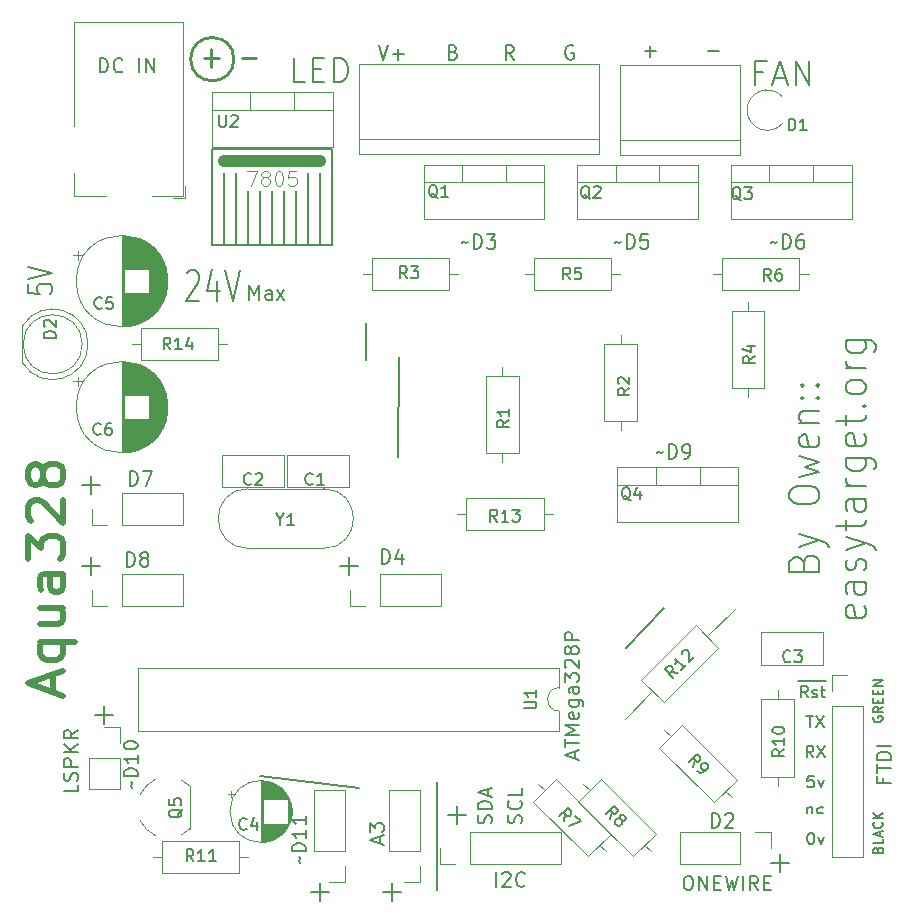
<source format=gbr>
G04 #@! TF.GenerationSoftware,KiCad,Pcbnew,5.1.4-3.fc30*
G04 #@! TF.CreationDate,2019-10-12T20:42:27+02:00*
G04 #@! TF.ProjectId,AT328-aqua-controller,41543332-382d-4617-9175-612d636f6e74,rev?*
G04 #@! TF.SameCoordinates,PX1e53ac0PY62b48e0*
G04 #@! TF.FileFunction,Legend,Top*
G04 #@! TF.FilePolarity,Positive*
%FSLAX46Y46*%
G04 Gerber Fmt 4.6, Leading zero omitted, Abs format (unit mm)*
G04 Created by KiCad (PCBNEW 5.1.4-3.fc30) date 2019-10-12 20:42:27*
%MOMM*%
%LPD*%
G04 APERTURE LIST*
%ADD10C,0.150000*%
%ADD11C,1.000000*%
%ADD12C,0.100000*%
%ADD13C,0.200000*%
%ADD14C,0.250000*%
%ADD15C,0.500000*%
%ADD16C,0.120000*%
G04 APERTURE END LIST*
D10*
X60328285Y7839143D02*
X60328285Y9039143D01*
X60614000Y9039143D01*
X60785428Y8982000D01*
X60899714Y8867715D01*
X60956857Y8753429D01*
X61014000Y8524858D01*
X61014000Y8353429D01*
X60956857Y8124858D01*
X60899714Y8010572D01*
X60785428Y7896286D01*
X60614000Y7839143D01*
X60328285Y7839143D01*
X61471142Y8924858D02*
X61528285Y8982000D01*
X61642571Y9039143D01*
X61928285Y9039143D01*
X62042571Y8982000D01*
X62099714Y8924858D01*
X62156857Y8810572D01*
X62156857Y8696286D01*
X62099714Y8524858D01*
X61414000Y7839143D01*
X62156857Y7839143D01*
X11261714Y11150858D02*
X11204571Y11208000D01*
X11147428Y11322286D01*
X11261714Y11550858D01*
X11204571Y11665143D01*
X11147428Y11722286D01*
X11718857Y12179429D02*
X10518857Y12179429D01*
X10518857Y12465143D01*
X10576000Y12636572D01*
X10690285Y12750858D01*
X10804571Y12808000D01*
X11033142Y12865143D01*
X11204571Y12865143D01*
X11433142Y12808000D01*
X11547428Y12750858D01*
X11661714Y12636572D01*
X11718857Y12465143D01*
X11718857Y12179429D01*
X11718857Y14008000D02*
X11718857Y13322286D01*
X11718857Y13665143D02*
X10518857Y13665143D01*
X10690285Y13550858D01*
X10804571Y13436572D01*
X10861714Y13322286D01*
X10518857Y14750858D02*
X10518857Y14865143D01*
X10576000Y14979429D01*
X10633142Y15036572D01*
X10747428Y15093715D01*
X10976000Y15150858D01*
X11261714Y15150858D01*
X11490285Y15093715D01*
X11604571Y15036572D01*
X11661714Y14979429D01*
X11718857Y14865143D01*
X11718857Y14750858D01*
X11661714Y14636572D01*
X11604571Y14579429D01*
X11490285Y14522286D01*
X11261714Y14465143D01*
X10976000Y14465143D01*
X10747428Y14522286D01*
X10633142Y14579429D01*
X10576000Y14636572D01*
X10518857Y14750858D01*
X55664285Y39538286D02*
X55721428Y39595429D01*
X55835714Y39652572D01*
X56064285Y39538286D01*
X56178571Y39595429D01*
X56235714Y39652572D01*
X56692857Y39081143D02*
X56692857Y40281143D01*
X56978571Y40281143D01*
X57150000Y40224000D01*
X57264285Y40109715D01*
X57321428Y39995429D01*
X57378571Y39766858D01*
X57378571Y39595429D01*
X57321428Y39366858D01*
X57264285Y39252572D01*
X57150000Y39138286D01*
X56978571Y39081143D01*
X56692857Y39081143D01*
X57950000Y39081143D02*
X58178571Y39081143D01*
X58292857Y39138286D01*
X58350000Y39195429D01*
X58464285Y39366858D01*
X58521428Y39595429D01*
X58521428Y40052572D01*
X58464285Y40166858D01*
X58407142Y40224000D01*
X58292857Y40281143D01*
X58064285Y40281143D01*
X57950000Y40224000D01*
X57892857Y40166858D01*
X57835714Y40052572D01*
X57835714Y39766858D01*
X57892857Y39652572D01*
X57950000Y39595429D01*
X58064285Y39538286D01*
X58292857Y39538286D01*
X58407142Y39595429D01*
X58464285Y39652572D01*
X58521428Y39766858D01*
X65316285Y57318286D02*
X65373428Y57375429D01*
X65487714Y57432572D01*
X65716285Y57318286D01*
X65830571Y57375429D01*
X65887714Y57432572D01*
X66344857Y56861143D02*
X66344857Y58061143D01*
X66630571Y58061143D01*
X66802000Y58004000D01*
X66916285Y57889715D01*
X66973428Y57775429D01*
X67030571Y57546858D01*
X67030571Y57375429D01*
X66973428Y57146858D01*
X66916285Y57032572D01*
X66802000Y56918286D01*
X66630571Y56861143D01*
X66344857Y56861143D01*
X68059142Y58061143D02*
X67830571Y58061143D01*
X67716285Y58004000D01*
X67659142Y57946858D01*
X67544857Y57775429D01*
X67487714Y57546858D01*
X67487714Y57089715D01*
X67544857Y56975429D01*
X67602000Y56918286D01*
X67716285Y56861143D01*
X67944857Y56861143D01*
X68059142Y56918286D01*
X68116285Y56975429D01*
X68173428Y57089715D01*
X68173428Y57375429D01*
X68116285Y57489715D01*
X68059142Y57546858D01*
X67944857Y57604000D01*
X67716285Y57604000D01*
X67602000Y57546858D01*
X67544857Y57489715D01*
X67487714Y57375429D01*
X52108285Y57318286D02*
X52165428Y57375429D01*
X52279714Y57432572D01*
X52508285Y57318286D01*
X52622571Y57375429D01*
X52679714Y57432572D01*
X53136857Y56861143D02*
X53136857Y58061143D01*
X53422571Y58061143D01*
X53594000Y58004000D01*
X53708285Y57889715D01*
X53765428Y57775429D01*
X53822571Y57546858D01*
X53822571Y57375429D01*
X53765428Y57146858D01*
X53708285Y57032572D01*
X53594000Y56918286D01*
X53422571Y56861143D01*
X53136857Y56861143D01*
X54908285Y58061143D02*
X54336857Y58061143D01*
X54279714Y57489715D01*
X54336857Y57546858D01*
X54451142Y57604000D01*
X54736857Y57604000D01*
X54851142Y57546858D01*
X54908285Y57489715D01*
X54965428Y57375429D01*
X54965428Y57089715D01*
X54908285Y56975429D01*
X54851142Y56918286D01*
X54736857Y56861143D01*
X54451142Y56861143D01*
X54336857Y56918286D01*
X54279714Y56975429D01*
X39154285Y57318286D02*
X39211428Y57375429D01*
X39325714Y57432572D01*
X39554285Y57318286D01*
X39668571Y57375429D01*
X39725714Y57432572D01*
X40182857Y56861143D02*
X40182857Y58061143D01*
X40468571Y58061143D01*
X40640000Y58004000D01*
X40754285Y57889715D01*
X40811428Y57775429D01*
X40868571Y57546858D01*
X40868571Y57375429D01*
X40811428Y57146858D01*
X40754285Y57032572D01*
X40640000Y56918286D01*
X40468571Y56861143D01*
X40182857Y56861143D01*
X41268571Y58061143D02*
X42011428Y58061143D01*
X41611428Y57604000D01*
X41782857Y57604000D01*
X41897142Y57546858D01*
X41954285Y57489715D01*
X42011428Y57375429D01*
X42011428Y57089715D01*
X41954285Y56975429D01*
X41897142Y56918286D01*
X41782857Y56861143D01*
X41440000Y56861143D01*
X41325714Y56918286D01*
X41268571Y56975429D01*
D11*
X19050000Y64262000D02*
X27178000Y64262000D01*
D12*
X20999714Y63395143D02*
X21799714Y63395143D01*
X21285428Y62195143D01*
X22428285Y62880858D02*
X22314000Y62938000D01*
X22256857Y62995143D01*
X22199714Y63109429D01*
X22199714Y63166572D01*
X22256857Y63280858D01*
X22314000Y63338000D01*
X22428285Y63395143D01*
X22656857Y63395143D01*
X22771142Y63338000D01*
X22828285Y63280858D01*
X22885428Y63166572D01*
X22885428Y63109429D01*
X22828285Y62995143D01*
X22771142Y62938000D01*
X22656857Y62880858D01*
X22428285Y62880858D01*
X22314000Y62823715D01*
X22256857Y62766572D01*
X22199714Y62652286D01*
X22199714Y62423715D01*
X22256857Y62309429D01*
X22314000Y62252286D01*
X22428285Y62195143D01*
X22656857Y62195143D01*
X22771142Y62252286D01*
X22828285Y62309429D01*
X22885428Y62423715D01*
X22885428Y62652286D01*
X22828285Y62766572D01*
X22771142Y62823715D01*
X22656857Y62880858D01*
X23628285Y63395143D02*
X23742571Y63395143D01*
X23856857Y63338000D01*
X23914000Y63280858D01*
X23971142Y63166572D01*
X24028285Y62938000D01*
X24028285Y62652286D01*
X23971142Y62423715D01*
X23914000Y62309429D01*
X23856857Y62252286D01*
X23742571Y62195143D01*
X23628285Y62195143D01*
X23514000Y62252286D01*
X23456857Y62309429D01*
X23399714Y62423715D01*
X23342571Y62652286D01*
X23342571Y62938000D01*
X23399714Y63166572D01*
X23456857Y63280858D01*
X23514000Y63338000D01*
X23628285Y63395143D01*
X25114000Y63395143D02*
X24542571Y63395143D01*
X24485428Y62823715D01*
X24542571Y62880858D01*
X24656857Y62938000D01*
X24942571Y62938000D01*
X25056857Y62880858D01*
X25114000Y62823715D01*
X25171142Y62709429D01*
X25171142Y62423715D01*
X25114000Y62309429D01*
X25056857Y62252286D01*
X24942571Y62195143D01*
X24656857Y62195143D01*
X24542571Y62252286D01*
X24485428Y62309429D01*
D10*
X19050000Y57150000D02*
X19050000Y63246000D01*
X20066000Y57150000D02*
X20066000Y63246000D01*
X21082000Y57150000D02*
X21082000Y61722000D01*
X22098000Y57150000D02*
X22098000Y61722000D01*
X23114000Y57150000D02*
X23114000Y61722000D01*
X24130000Y57150000D02*
X24130000Y61722000D01*
X25146000Y57150000D02*
X25146000Y61722000D01*
X26162000Y57150000D02*
X26162000Y63246000D01*
X27178000Y57150000D02*
X27178000Y63246000D01*
X18034000Y57150000D02*
X28194000Y57150000D01*
X18034000Y65278000D02*
X18034000Y57150000D01*
X28194000Y65278000D02*
X18034000Y65278000D01*
X28194000Y57150000D02*
X28194000Y65278000D01*
D13*
X15891142Y54770191D02*
X15976857Y54894000D01*
X16148285Y55017810D01*
X16576857Y55017810D01*
X16748285Y54894000D01*
X16834000Y54770191D01*
X16919714Y54522572D01*
X16919714Y54274953D01*
X16834000Y53903524D01*
X15805428Y52417810D01*
X16919714Y52417810D01*
X18462571Y54151143D02*
X18462571Y52417810D01*
X18034000Y55141620D02*
X17605428Y53284477D01*
X18719714Y53284477D01*
X19148285Y55017810D02*
X19748285Y52417810D01*
X20348285Y55017810D01*
D14*
X19865620Y72898000D02*
G75*
G03X19865620Y72898000I-1831620J0D01*
G01*
D10*
X37084000Y11684000D02*
X37084000Y2540000D01*
X30480000Y11176000D02*
X22098000Y12192000D01*
X56250000Y26400000D02*
X53100000Y23000000D01*
X31050000Y50550000D02*
X31050000Y47400000D01*
X33850000Y47700000D02*
X33800000Y39250000D01*
D15*
X4564000Y19279810D02*
X4564000Y20803620D01*
X5421142Y18975048D02*
X2421142Y20041715D01*
X5421142Y21108381D01*
X3421142Y23546477D02*
X6421142Y23546477D01*
X5278285Y23546477D02*
X5421142Y23241715D01*
X5421142Y22632191D01*
X5278285Y22327429D01*
X5135428Y22175048D01*
X4849714Y22022667D01*
X3992571Y22022667D01*
X3706857Y22175048D01*
X3564000Y22327429D01*
X3421142Y22632191D01*
X3421142Y23241715D01*
X3564000Y23546477D01*
X3421142Y26441715D02*
X5421142Y26441715D01*
X3421142Y25070286D02*
X4992571Y25070286D01*
X5278285Y25222667D01*
X5421142Y25527429D01*
X5421142Y25984572D01*
X5278285Y26289334D01*
X5135428Y26441715D01*
X5421142Y29336953D02*
X3849714Y29336953D01*
X3564000Y29184572D01*
X3421142Y28879810D01*
X3421142Y28270286D01*
X3564000Y27965524D01*
X5278285Y29336953D02*
X5421142Y29032191D01*
X5421142Y28270286D01*
X5278285Y27965524D01*
X4992571Y27813143D01*
X4706857Y27813143D01*
X4421142Y27965524D01*
X4278285Y28270286D01*
X4278285Y29032191D01*
X4135428Y29336953D01*
X2421142Y30556000D02*
X2421142Y32536953D01*
X3564000Y31470286D01*
X3564000Y31927429D01*
X3706857Y32232191D01*
X3849714Y32384572D01*
X4135428Y32536953D01*
X4849714Y32536953D01*
X5135428Y32384572D01*
X5278285Y32232191D01*
X5421142Y31927429D01*
X5421142Y31013143D01*
X5278285Y30708381D01*
X5135428Y30556000D01*
X2706857Y33756000D02*
X2564000Y33908381D01*
X2421142Y34213143D01*
X2421142Y34975048D01*
X2564000Y35279810D01*
X2706857Y35432191D01*
X2992571Y35584572D01*
X3278285Y35584572D01*
X3706857Y35432191D01*
X5421142Y33603620D01*
X5421142Y35584572D01*
X3706857Y37413143D02*
X3564000Y37108381D01*
X3421142Y36956000D01*
X3135428Y36803620D01*
X2992571Y36803620D01*
X2706857Y36956000D01*
X2564000Y37108381D01*
X2421142Y37413143D01*
X2421142Y38022667D01*
X2564000Y38327429D01*
X2706857Y38479810D01*
X2992571Y38632191D01*
X3135428Y38632191D01*
X3421142Y38479810D01*
X3564000Y38327429D01*
X3706857Y38022667D01*
X3706857Y37413143D01*
X3849714Y37108381D01*
X3992571Y36956000D01*
X4278285Y36803620D01*
X4849714Y36803620D01*
X5135428Y36956000D01*
X5278285Y37108381D01*
X5421142Y37413143D01*
X5421142Y38022667D01*
X5278285Y38327429D01*
X5135428Y38479810D01*
X4849714Y38632191D01*
X4278285Y38632191D01*
X3992571Y38479810D01*
X3849714Y38327429D01*
X3706857Y38022667D01*
D10*
X21177428Y52543143D02*
X21177428Y53743143D01*
X21577428Y52886000D01*
X21977428Y53743143D01*
X21977428Y52543143D01*
X23063142Y52543143D02*
X23063142Y53171715D01*
X23006000Y53286000D01*
X22891714Y53343143D01*
X22663142Y53343143D01*
X22548857Y53286000D01*
X23063142Y52600286D02*
X22948857Y52543143D01*
X22663142Y52543143D01*
X22548857Y52600286D01*
X22491714Y52714572D01*
X22491714Y52828858D01*
X22548857Y52943143D01*
X22663142Y53000286D01*
X22948857Y53000286D01*
X23063142Y53057429D01*
X23520285Y52543143D02*
X24148857Y53343143D01*
X23520285Y53343143D02*
X24148857Y52543143D01*
D13*
X2460761Y53816286D02*
X2460761Y53102000D01*
X3413142Y53030572D01*
X3317904Y53102000D01*
X3222666Y53244858D01*
X3222666Y53602000D01*
X3317904Y53744858D01*
X3413142Y53816286D01*
X3603619Y53887715D01*
X4079809Y53887715D01*
X4270285Y53816286D01*
X4365523Y53744858D01*
X4460761Y53602000D01*
X4460761Y53244858D01*
X4365523Y53102000D01*
X4270285Y53030572D01*
X2460761Y54316286D02*
X4460761Y54816286D01*
X2460761Y55316286D01*
X68096428Y30280953D02*
X68215476Y30609524D01*
X68334523Y30719048D01*
X68572619Y30828572D01*
X68929761Y30828572D01*
X69167857Y30719048D01*
X69286904Y30609524D01*
X69405952Y30390477D01*
X69405952Y29514286D01*
X66905952Y29514286D01*
X66905952Y30280953D01*
X67025000Y30500000D01*
X67144047Y30609524D01*
X67382142Y30719048D01*
X67620238Y30719048D01*
X67858333Y30609524D01*
X67977380Y30500000D01*
X68096428Y30280953D01*
X68096428Y29514286D01*
X67739285Y31595239D02*
X69405952Y32142858D01*
X67739285Y32690477D02*
X69405952Y32142858D01*
X70001190Y31923810D01*
X70120238Y31814286D01*
X70239285Y31595239D01*
X66905952Y35757143D02*
X66905952Y36195239D01*
X67025000Y36414286D01*
X67263095Y36633334D01*
X67739285Y36742858D01*
X68572619Y36742858D01*
X69048809Y36633334D01*
X69286904Y36414286D01*
X69405952Y36195239D01*
X69405952Y35757143D01*
X69286904Y35538096D01*
X69048809Y35319048D01*
X68572619Y35209524D01*
X67739285Y35209524D01*
X67263095Y35319048D01*
X67025000Y35538096D01*
X66905952Y35757143D01*
X67739285Y37509524D02*
X69405952Y37947620D01*
X68215476Y38385715D01*
X69405952Y38823810D01*
X67739285Y39261905D01*
X69286904Y41014286D02*
X69405952Y40795239D01*
X69405952Y40357143D01*
X69286904Y40138096D01*
X69048809Y40028572D01*
X68096428Y40028572D01*
X67858333Y40138096D01*
X67739285Y40357143D01*
X67739285Y40795239D01*
X67858333Y41014286D01*
X68096428Y41123810D01*
X68334523Y41123810D01*
X68572619Y40028572D01*
X67739285Y42109524D02*
X69405952Y42109524D01*
X67977380Y42109524D02*
X67858333Y42219048D01*
X67739285Y42438096D01*
X67739285Y42766667D01*
X67858333Y42985715D01*
X68096428Y43095239D01*
X69405952Y43095239D01*
X69167857Y44190477D02*
X69286904Y44300000D01*
X69405952Y44190477D01*
X69286904Y44080953D01*
X69167857Y44190477D01*
X69405952Y44190477D01*
X67858333Y44190477D02*
X67977380Y44300000D01*
X68096428Y44190477D01*
X67977380Y44080953D01*
X67858333Y44190477D01*
X68096428Y44190477D01*
X69167857Y45285715D02*
X69286904Y45395239D01*
X69405952Y45285715D01*
X69286904Y45176191D01*
X69167857Y45285715D01*
X69405952Y45285715D01*
X67858333Y45285715D02*
X67977380Y45395239D01*
X68096428Y45285715D01*
X67977380Y45176191D01*
X67858333Y45285715D01*
X68096428Y45285715D01*
X73236904Y26557143D02*
X73355952Y26338096D01*
X73355952Y25900001D01*
X73236904Y25680953D01*
X72998809Y25571429D01*
X72046428Y25571429D01*
X71808333Y25680953D01*
X71689285Y25900001D01*
X71689285Y26338096D01*
X71808333Y26557143D01*
X72046428Y26666667D01*
X72284523Y26666667D01*
X72522619Y25571429D01*
X73355952Y28638096D02*
X72046428Y28638096D01*
X71808333Y28528572D01*
X71689285Y28309524D01*
X71689285Y27871429D01*
X71808333Y27652381D01*
X73236904Y28638096D02*
X73355952Y28419048D01*
X73355952Y27871429D01*
X73236904Y27652381D01*
X72998809Y27542858D01*
X72760714Y27542858D01*
X72522619Y27652381D01*
X72403571Y27871429D01*
X72403571Y28419048D01*
X72284523Y28638096D01*
X73236904Y29623810D02*
X73355952Y29842858D01*
X73355952Y30280953D01*
X73236904Y30500001D01*
X72998809Y30609524D01*
X72879761Y30609524D01*
X72641666Y30500001D01*
X72522619Y30280953D01*
X72522619Y29952381D01*
X72403571Y29733334D01*
X72165476Y29623810D01*
X72046428Y29623810D01*
X71808333Y29733334D01*
X71689285Y29952381D01*
X71689285Y30280953D01*
X71808333Y30500001D01*
X71689285Y31376191D02*
X73355952Y31923810D01*
X71689285Y32471429D02*
X73355952Y31923810D01*
X73951190Y31704762D01*
X74070238Y31595239D01*
X74189285Y31376191D01*
X71689285Y33019048D02*
X71689285Y33895239D01*
X70855952Y33347620D02*
X72998809Y33347620D01*
X73236904Y33457143D01*
X73355952Y33676191D01*
X73355952Y33895239D01*
X73355952Y35647620D02*
X72046428Y35647620D01*
X71808333Y35538096D01*
X71689285Y35319048D01*
X71689285Y34880953D01*
X71808333Y34661905D01*
X73236904Y35647620D02*
X73355952Y35428572D01*
X73355952Y34880953D01*
X73236904Y34661905D01*
X72998809Y34552381D01*
X72760714Y34552381D01*
X72522619Y34661905D01*
X72403571Y34880953D01*
X72403571Y35428572D01*
X72284523Y35647620D01*
X73355952Y36742858D02*
X71689285Y36742858D01*
X72165476Y36742858D02*
X71927380Y36852381D01*
X71808333Y36961905D01*
X71689285Y37180953D01*
X71689285Y37400001D01*
X71689285Y39152381D02*
X73713095Y39152381D01*
X73951190Y39042858D01*
X74070238Y38933334D01*
X74189285Y38714286D01*
X74189285Y38385715D01*
X74070238Y38166667D01*
X73236904Y39152381D02*
X73355952Y38933334D01*
X73355952Y38495239D01*
X73236904Y38276191D01*
X73117857Y38166667D01*
X72879761Y38057143D01*
X72165476Y38057143D01*
X71927380Y38166667D01*
X71808333Y38276191D01*
X71689285Y38495239D01*
X71689285Y38933334D01*
X71808333Y39152381D01*
X73236904Y41123810D02*
X73355952Y40904762D01*
X73355952Y40466667D01*
X73236904Y40247620D01*
X72998809Y40138096D01*
X72046428Y40138096D01*
X71808333Y40247620D01*
X71689285Y40466667D01*
X71689285Y40904762D01*
X71808333Y41123810D01*
X72046428Y41233334D01*
X72284523Y41233334D01*
X72522619Y40138096D01*
X71689285Y41890477D02*
X71689285Y42766667D01*
X70855952Y42219048D02*
X72998809Y42219048D01*
X73236904Y42328572D01*
X73355952Y42547620D01*
X73355952Y42766667D01*
X73117857Y43533334D02*
X73236904Y43642858D01*
X73355952Y43533334D01*
X73236904Y43423810D01*
X73117857Y43533334D01*
X73355952Y43533334D01*
X73355952Y44957143D02*
X73236904Y44738096D01*
X73117857Y44628572D01*
X72879761Y44519048D01*
X72165476Y44519048D01*
X71927380Y44628572D01*
X71808333Y44738096D01*
X71689285Y44957143D01*
X71689285Y45285715D01*
X71808333Y45504762D01*
X71927380Y45614286D01*
X72165476Y45723810D01*
X72879761Y45723810D01*
X73117857Y45614286D01*
X73236904Y45504762D01*
X73355952Y45285715D01*
X73355952Y44957143D01*
X73355952Y46709524D02*
X71689285Y46709524D01*
X72165476Y46709524D02*
X71927380Y46819048D01*
X71808333Y46928572D01*
X71689285Y47147620D01*
X71689285Y47366667D01*
X71689285Y49119048D02*
X73713095Y49119048D01*
X73951190Y49009524D01*
X74070238Y48900000D01*
X74189285Y48680953D01*
X74189285Y48352381D01*
X74070238Y48133334D01*
X73236904Y49119048D02*
X73355952Y48900000D01*
X73355952Y48461905D01*
X73236904Y48242858D01*
X73117857Y48133334D01*
X72879761Y48023810D01*
X72165476Y48023810D01*
X71927380Y48133334D01*
X71808333Y48242858D01*
X71689285Y48461905D01*
X71689285Y48900000D01*
X71808333Y49119048D01*
D10*
X48714000Y13707143D02*
X48714000Y14278572D01*
X49056857Y13592858D02*
X47856857Y13992858D01*
X49056857Y14392858D01*
X47856857Y14621429D02*
X47856857Y15307143D01*
X49056857Y14964286D02*
X47856857Y14964286D01*
X49056857Y15707143D02*
X47856857Y15707143D01*
X48714000Y16107143D01*
X47856857Y16507143D01*
X49056857Y16507143D01*
X48999714Y17535715D02*
X49056857Y17421429D01*
X49056857Y17192858D01*
X48999714Y17078572D01*
X48885428Y17021429D01*
X48428285Y17021429D01*
X48314000Y17078572D01*
X48256857Y17192858D01*
X48256857Y17421429D01*
X48314000Y17535715D01*
X48428285Y17592858D01*
X48542571Y17592858D01*
X48656857Y17021429D01*
X48256857Y18621429D02*
X49228285Y18621429D01*
X49342571Y18564286D01*
X49399714Y18507143D01*
X49456857Y18392858D01*
X49456857Y18221429D01*
X49399714Y18107143D01*
X48999714Y18621429D02*
X49056857Y18507143D01*
X49056857Y18278572D01*
X48999714Y18164286D01*
X48942571Y18107143D01*
X48828285Y18050000D01*
X48485428Y18050000D01*
X48371142Y18107143D01*
X48314000Y18164286D01*
X48256857Y18278572D01*
X48256857Y18507143D01*
X48314000Y18621429D01*
X49056857Y19707143D02*
X48428285Y19707143D01*
X48314000Y19650000D01*
X48256857Y19535715D01*
X48256857Y19307143D01*
X48314000Y19192858D01*
X48999714Y19707143D02*
X49056857Y19592858D01*
X49056857Y19307143D01*
X48999714Y19192858D01*
X48885428Y19135715D01*
X48771142Y19135715D01*
X48656857Y19192858D01*
X48599714Y19307143D01*
X48599714Y19592858D01*
X48542571Y19707143D01*
X47856857Y20164286D02*
X47856857Y20907143D01*
X48314000Y20507143D01*
X48314000Y20678572D01*
X48371142Y20792858D01*
X48428285Y20850000D01*
X48542571Y20907143D01*
X48828285Y20907143D01*
X48942571Y20850000D01*
X48999714Y20792858D01*
X49056857Y20678572D01*
X49056857Y20335715D01*
X48999714Y20221429D01*
X48942571Y20164286D01*
X47971142Y21364286D02*
X47914000Y21421429D01*
X47856857Y21535715D01*
X47856857Y21821429D01*
X47914000Y21935715D01*
X47971142Y21992858D01*
X48085428Y22050000D01*
X48199714Y22050000D01*
X48371142Y21992858D01*
X49056857Y21307143D01*
X49056857Y22050000D01*
X48371142Y22735715D02*
X48314000Y22621429D01*
X48256857Y22564286D01*
X48142571Y22507143D01*
X48085428Y22507143D01*
X47971142Y22564286D01*
X47914000Y22621429D01*
X47856857Y22735715D01*
X47856857Y22964286D01*
X47914000Y23078572D01*
X47971142Y23135715D01*
X48085428Y23192858D01*
X48142571Y23192858D01*
X48256857Y23135715D01*
X48314000Y23078572D01*
X48371142Y22964286D01*
X48371142Y22735715D01*
X48428285Y22621429D01*
X48485428Y22564286D01*
X48599714Y22507143D01*
X48828285Y22507143D01*
X48942571Y22564286D01*
X48999714Y22621429D01*
X49056857Y22735715D01*
X49056857Y22964286D01*
X48999714Y23078572D01*
X48942571Y23135715D01*
X48828285Y23192858D01*
X48599714Y23192858D01*
X48485428Y23135715D01*
X48428285Y23078572D01*
X48371142Y22964286D01*
X49056857Y23707143D02*
X47856857Y23707143D01*
X47856857Y24164286D01*
X47914000Y24278572D01*
X47971142Y24335715D01*
X48085428Y24392858D01*
X48256857Y24392858D01*
X48371142Y24335715D01*
X48428285Y24278572D01*
X48485428Y24164286D01*
X48485428Y23707143D01*
D16*
X66275551Y69747366D02*
G75*
G03X66335153Y67480000I-1251551J-1167366D01*
G01*
X52578000Y64770000D02*
X62738000Y64770000D01*
X52578000Y72390000D02*
X52578000Y64770000D01*
X62738000Y72390000D02*
X52578000Y72390000D01*
X62738000Y64770000D02*
X62738000Y72390000D01*
X62738000Y66040000D02*
X52578000Y66040000D01*
X30480000Y64840000D02*
X50800000Y64840000D01*
X30480000Y72460000D02*
X50800000Y72460000D01*
X50800000Y66110000D02*
X30480000Y66110000D01*
X50800000Y64840000D02*
X50800000Y72460000D01*
X30480000Y72460000D02*
X30480000Y64840000D01*
X7814000Y33468000D02*
X7814000Y34798000D01*
X9144000Y33468000D02*
X7814000Y33468000D01*
X10414000Y33468000D02*
X10414000Y36128000D01*
X10414000Y36128000D02*
X15554000Y36128000D01*
X10414000Y33468000D02*
X15554000Y33468000D01*
X15554000Y33468000D02*
X15554000Y36128000D01*
X29658000Y26610000D02*
X29658000Y27940000D01*
X30988000Y26610000D02*
X29658000Y26610000D01*
X32258000Y26610000D02*
X32258000Y29270000D01*
X32258000Y29270000D02*
X37398000Y29270000D01*
X32258000Y26610000D02*
X37398000Y26610000D01*
X37398000Y26610000D02*
X37398000Y29270000D01*
X7814000Y26610000D02*
X7814000Y27940000D01*
X9144000Y26610000D02*
X7814000Y26610000D01*
X10414000Y26610000D02*
X10414000Y29270000D01*
X10414000Y29270000D02*
X15554000Y29270000D01*
X10414000Y26610000D02*
X15554000Y26610000D01*
X15554000Y26610000D02*
X15554000Y29270000D01*
X35620000Y10982000D02*
X32960000Y10982000D01*
X35620000Y5842000D02*
X35620000Y10982000D01*
X32960000Y5842000D02*
X32960000Y10982000D01*
X35620000Y5842000D02*
X32960000Y5842000D01*
X35620000Y4572000D02*
X35620000Y3242000D01*
X35620000Y3242000D02*
X34290000Y3242000D01*
X49431186Y11528814D02*
X49975658Y10984342D01*
X55144609Y5815391D02*
X54600137Y6359863D01*
X49006922Y10015605D02*
X53631400Y5391127D01*
X50944395Y11953078D02*
X49006922Y10015605D01*
X55568873Y7328600D02*
X50944395Y11953078D01*
X53631400Y5391127D02*
X55568873Y7328600D01*
X45621186Y11528814D02*
X46165658Y10984342D01*
X51334609Y5815391D02*
X50790137Y6359863D01*
X45196922Y10015605D02*
X49821400Y5391127D01*
X47134395Y11953078D02*
X45196922Y10015605D01*
X51758873Y7328600D02*
X47134395Y11953078D01*
X49821400Y5391127D02*
X51758873Y7328600D01*
X21058000Y5334000D02*
X20288000Y5334000D01*
X12978000Y5334000D02*
X13748000Y5334000D01*
X20288000Y6704000D02*
X13748000Y6704000D01*
X20288000Y3964000D02*
X20288000Y6704000D01*
X13748000Y3964000D02*
X20288000Y3964000D01*
X13748000Y6704000D02*
X13748000Y3964000D01*
X29270000Y10982000D02*
X26610000Y10982000D01*
X29270000Y5842000D02*
X29270000Y10982000D01*
X26610000Y5842000D02*
X26610000Y10982000D01*
X29270000Y5842000D02*
X26610000Y5842000D01*
X29270000Y4572000D02*
X29270000Y3242000D01*
X29270000Y3242000D02*
X27940000Y3242000D01*
X52959084Y17059084D02*
X55299607Y19399607D01*
X62264609Y26364609D02*
X59924086Y24024086D01*
X56268343Y18430871D02*
X60892822Y23055349D01*
X54330871Y20368343D02*
X56268343Y18430871D01*
X58955349Y24992822D02*
X54330871Y20368343D01*
X60892822Y23055349D02*
X58955349Y24992822D01*
X19595225Y10925000D02*
X19595225Y10425000D01*
X19345225Y10675000D02*
X19845225Y10675000D01*
X24751000Y9484000D02*
X24751000Y8916000D01*
X24711000Y9718000D02*
X24711000Y8682000D01*
X24671000Y9877000D02*
X24671000Y8523000D01*
X24631000Y10005000D02*
X24631000Y8395000D01*
X24591000Y10115000D02*
X24591000Y8285000D01*
X24551000Y10211000D02*
X24551000Y8189000D01*
X24511000Y10298000D02*
X24511000Y8102000D01*
X24471000Y10378000D02*
X24471000Y8022000D01*
X24431000Y8160000D02*
X24431000Y7949000D01*
X24431000Y10451000D02*
X24431000Y10240000D01*
X24391000Y8160000D02*
X24391000Y7881000D01*
X24391000Y10519000D02*
X24391000Y10240000D01*
X24351000Y8160000D02*
X24351000Y7817000D01*
X24351000Y10583000D02*
X24351000Y10240000D01*
X24311000Y8160000D02*
X24311000Y7757000D01*
X24311000Y10643000D02*
X24311000Y10240000D01*
X24271000Y8160000D02*
X24271000Y7700000D01*
X24271000Y10700000D02*
X24271000Y10240000D01*
X24231000Y8160000D02*
X24231000Y7646000D01*
X24231000Y10754000D02*
X24231000Y10240000D01*
X24191000Y8160000D02*
X24191000Y7595000D01*
X24191000Y10805000D02*
X24191000Y10240000D01*
X24151000Y8160000D02*
X24151000Y7547000D01*
X24151000Y10853000D02*
X24151000Y10240000D01*
X24111000Y8160000D02*
X24111000Y7501000D01*
X24111000Y10899000D02*
X24111000Y10240000D01*
X24071000Y8160000D02*
X24071000Y7457000D01*
X24071000Y10943000D02*
X24071000Y10240000D01*
X24031000Y8160000D02*
X24031000Y7415000D01*
X24031000Y10985000D02*
X24031000Y10240000D01*
X23991000Y8160000D02*
X23991000Y7374000D01*
X23991000Y11026000D02*
X23991000Y10240000D01*
X23951000Y8160000D02*
X23951000Y7336000D01*
X23951000Y11064000D02*
X23951000Y10240000D01*
X23911000Y8160000D02*
X23911000Y7299000D01*
X23911000Y11101000D02*
X23911000Y10240000D01*
X23871000Y8160000D02*
X23871000Y7263000D01*
X23871000Y11137000D02*
X23871000Y10240000D01*
X23831000Y8160000D02*
X23831000Y7229000D01*
X23831000Y11171000D02*
X23831000Y10240000D01*
X23791000Y8160000D02*
X23791000Y7196000D01*
X23791000Y11204000D02*
X23791000Y10240000D01*
X23751000Y8160000D02*
X23751000Y7165000D01*
X23751000Y11235000D02*
X23751000Y10240000D01*
X23711000Y8160000D02*
X23711000Y7135000D01*
X23711000Y11265000D02*
X23711000Y10240000D01*
X23671000Y8160000D02*
X23671000Y7105000D01*
X23671000Y11295000D02*
X23671000Y10240000D01*
X23631000Y8160000D02*
X23631000Y7078000D01*
X23631000Y11322000D02*
X23631000Y10240000D01*
X23591000Y8160000D02*
X23591000Y7051000D01*
X23591000Y11349000D02*
X23591000Y10240000D01*
X23551000Y8160000D02*
X23551000Y7025000D01*
X23551000Y11375000D02*
X23551000Y10240000D01*
X23511000Y8160000D02*
X23511000Y7000000D01*
X23511000Y11400000D02*
X23511000Y10240000D01*
X23471000Y8160000D02*
X23471000Y6976000D01*
X23471000Y11424000D02*
X23471000Y10240000D01*
X23431000Y8160000D02*
X23431000Y6953000D01*
X23431000Y11447000D02*
X23431000Y10240000D01*
X23391000Y8160000D02*
X23391000Y6932000D01*
X23391000Y11468000D02*
X23391000Y10240000D01*
X23351000Y8160000D02*
X23351000Y6910000D01*
X23351000Y11490000D02*
X23351000Y10240000D01*
X23311000Y8160000D02*
X23311000Y6890000D01*
X23311000Y11510000D02*
X23311000Y10240000D01*
X23271000Y8160000D02*
X23271000Y6871000D01*
X23271000Y11529000D02*
X23271000Y10240000D01*
X23231000Y8160000D02*
X23231000Y6852000D01*
X23231000Y11548000D02*
X23231000Y10240000D01*
X23191000Y8160000D02*
X23191000Y6835000D01*
X23191000Y11565000D02*
X23191000Y10240000D01*
X23151000Y8160000D02*
X23151000Y6818000D01*
X23151000Y11582000D02*
X23151000Y10240000D01*
X23111000Y8160000D02*
X23111000Y6802000D01*
X23111000Y11598000D02*
X23111000Y10240000D01*
X23071000Y8160000D02*
X23071000Y6786000D01*
X23071000Y11614000D02*
X23071000Y10240000D01*
X23031000Y8160000D02*
X23031000Y6772000D01*
X23031000Y11628000D02*
X23031000Y10240000D01*
X22991000Y8160000D02*
X22991000Y6758000D01*
X22991000Y11642000D02*
X22991000Y10240000D01*
X22951000Y8160000D02*
X22951000Y6745000D01*
X22951000Y11655000D02*
X22951000Y10240000D01*
X22911000Y8160000D02*
X22911000Y6732000D01*
X22911000Y11668000D02*
X22911000Y10240000D01*
X22871000Y8160000D02*
X22871000Y6720000D01*
X22871000Y11680000D02*
X22871000Y10240000D01*
X22830000Y8160000D02*
X22830000Y6709000D01*
X22830000Y11691000D02*
X22830000Y10240000D01*
X22790000Y8160000D02*
X22790000Y6699000D01*
X22790000Y11701000D02*
X22790000Y10240000D01*
X22750000Y8160000D02*
X22750000Y6689000D01*
X22750000Y11711000D02*
X22750000Y10240000D01*
X22710000Y8160000D02*
X22710000Y6680000D01*
X22710000Y11720000D02*
X22710000Y10240000D01*
X22670000Y8160000D02*
X22670000Y6672000D01*
X22670000Y11728000D02*
X22670000Y10240000D01*
X22630000Y8160000D02*
X22630000Y6664000D01*
X22630000Y11736000D02*
X22630000Y10240000D01*
X22590000Y8160000D02*
X22590000Y6657000D01*
X22590000Y11743000D02*
X22590000Y10240000D01*
X22550000Y8160000D02*
X22550000Y6650000D01*
X22550000Y11750000D02*
X22550000Y10240000D01*
X22510000Y8160000D02*
X22510000Y6644000D01*
X22510000Y11756000D02*
X22510000Y10240000D01*
X22470000Y8160000D02*
X22470000Y6639000D01*
X22470000Y11761000D02*
X22470000Y10240000D01*
X22430000Y8160000D02*
X22430000Y6635000D01*
X22430000Y11765000D02*
X22430000Y10240000D01*
X22390000Y8160000D02*
X22390000Y6631000D01*
X22390000Y11769000D02*
X22390000Y10240000D01*
X22350000Y11773000D02*
X22350000Y6627000D01*
X22310000Y11776000D02*
X22310000Y6624000D01*
X22270000Y11778000D02*
X22270000Y6622000D01*
X22230000Y11779000D02*
X22230000Y6621000D01*
X22190000Y11780000D02*
X22190000Y6620000D01*
X22150000Y11780000D02*
X22150000Y6620000D01*
X24770000Y9200000D02*
G75*
G03X24770000Y9200000I-2620000J0D01*
G01*
X64530000Y21630000D02*
X64530000Y24370000D01*
X69770000Y21630000D02*
X69770000Y24370000D01*
X69770000Y24370000D02*
X64530000Y24370000D01*
X69770000Y21630000D02*
X64530000Y21630000D01*
X21060000Y36525000D02*
G75*
G03X21060000Y31475000I0J-2525000D01*
G01*
X27460000Y36525000D02*
G75*
G02X27460000Y31475000I0J-2525000D01*
G01*
X27460000Y36525000D02*
X21060000Y36525000D01*
X27460000Y31475000D02*
X21060000Y31475000D01*
X65900000Y11380000D02*
X65900000Y12150000D01*
X65900000Y19460000D02*
X65900000Y18690000D01*
X67270000Y12150000D02*
X67270000Y18690000D01*
X64530000Y12150000D02*
X67270000Y12150000D01*
X64530000Y18690000D02*
X64530000Y12150000D01*
X67270000Y18690000D02*
X64530000Y18690000D01*
X15422795Y11864184D02*
G75*
G02X16150000Y11340000I-1122795J-2324184D01*
G01*
X13201629Y11895457D02*
G75*
G03X11950000Y10650000I1098371J-2355457D01*
G01*
X13196158Y7172801D02*
G75*
G02X11950000Y8400000I1103842J2367199D01*
G01*
X15422795Y7215816D02*
G75*
G03X16150000Y7740000I-1122795J2324184D01*
G01*
X16150000Y7740000D02*
X16150000Y11340000D01*
X6626789Y56652000D02*
X6626789Y55902000D01*
X6251789Y56277000D02*
X7001789Y56277000D01*
X14235000Y54543000D02*
X14235000Y53661000D01*
X14195000Y54795000D02*
X14195000Y53409000D01*
X14155000Y54979000D02*
X14155000Y53225000D01*
X14115000Y55130000D02*
X14115000Y53074000D01*
X14075000Y55260000D02*
X14075000Y52944000D01*
X14035000Y55377000D02*
X14035000Y52827000D01*
X13995000Y55483000D02*
X13995000Y52721000D01*
X13955000Y55580000D02*
X13955000Y52624000D01*
X13915000Y55671000D02*
X13915000Y52533000D01*
X13875000Y55756000D02*
X13875000Y52448000D01*
X13835000Y55835000D02*
X13835000Y52369000D01*
X13795000Y55911000D02*
X13795000Y52293000D01*
X13755000Y55983000D02*
X13755000Y52221000D01*
X13715000Y56051000D02*
X13715000Y52153000D01*
X13675000Y56116000D02*
X13675000Y52088000D01*
X13635000Y56179000D02*
X13635000Y52025000D01*
X13595000Y56239000D02*
X13595000Y51965000D01*
X13555000Y56297000D02*
X13555000Y51907000D01*
X13515000Y56352000D02*
X13515000Y51852000D01*
X13475000Y56406000D02*
X13475000Y51798000D01*
X13435000Y56457000D02*
X13435000Y51747000D01*
X13395000Y56507000D02*
X13395000Y51697000D01*
X13355000Y56556000D02*
X13355000Y51648000D01*
X13315000Y56602000D02*
X13315000Y51602000D01*
X13275000Y56648000D02*
X13275000Y51556000D01*
X13235000Y56691000D02*
X13235000Y51513000D01*
X13195000Y56734000D02*
X13195000Y51470000D01*
X13155000Y56775000D02*
X13155000Y51429000D01*
X13115000Y56815000D02*
X13115000Y51389000D01*
X13075000Y56854000D02*
X13075000Y51350000D01*
X13035000Y56892000D02*
X13035000Y51312000D01*
X12995000Y56929000D02*
X12995000Y51275000D01*
X12955000Y56965000D02*
X12955000Y51239000D01*
X12915000Y57000000D02*
X12915000Y51204000D01*
X12875000Y57033000D02*
X12875000Y51171000D01*
X12835000Y57066000D02*
X12835000Y51138000D01*
X12795000Y57098000D02*
X12795000Y51106000D01*
X12755000Y57130000D02*
X12755000Y51074000D01*
X12715000Y57160000D02*
X12715000Y51044000D01*
X12675000Y53062000D02*
X12675000Y51014000D01*
X12675000Y57190000D02*
X12675000Y55142000D01*
X12635000Y53062000D02*
X12635000Y50986000D01*
X12635000Y57218000D02*
X12635000Y55142000D01*
X12595000Y53062000D02*
X12595000Y50958000D01*
X12595000Y57246000D02*
X12595000Y55142000D01*
X12555000Y53062000D02*
X12555000Y50930000D01*
X12555000Y57274000D02*
X12555000Y55142000D01*
X12515000Y53062000D02*
X12515000Y50904000D01*
X12515000Y57300000D02*
X12515000Y55142000D01*
X12475000Y53062000D02*
X12475000Y50878000D01*
X12475000Y57326000D02*
X12475000Y55142000D01*
X12435000Y53062000D02*
X12435000Y50853000D01*
X12435000Y57351000D02*
X12435000Y55142000D01*
X12395000Y53062000D02*
X12395000Y50828000D01*
X12395000Y57376000D02*
X12395000Y55142000D01*
X12355000Y53062000D02*
X12355000Y50805000D01*
X12355000Y57399000D02*
X12355000Y55142000D01*
X12315000Y53062000D02*
X12315000Y50781000D01*
X12315000Y57423000D02*
X12315000Y55142000D01*
X12275000Y53062000D02*
X12275000Y50759000D01*
X12275000Y57445000D02*
X12275000Y55142000D01*
X12235000Y53062000D02*
X12235000Y50737000D01*
X12235000Y57467000D02*
X12235000Y55142000D01*
X12195000Y53062000D02*
X12195000Y50716000D01*
X12195000Y57488000D02*
X12195000Y55142000D01*
X12155000Y53062000D02*
X12155000Y50695000D01*
X12155000Y57509000D02*
X12155000Y55142000D01*
X12115000Y53062000D02*
X12115000Y50675000D01*
X12115000Y57529000D02*
X12115000Y55142000D01*
X12075000Y53062000D02*
X12075000Y50655000D01*
X12075000Y57549000D02*
X12075000Y55142000D01*
X12035000Y53062000D02*
X12035000Y50636000D01*
X12035000Y57568000D02*
X12035000Y55142000D01*
X11995000Y53062000D02*
X11995000Y50618000D01*
X11995000Y57586000D02*
X11995000Y55142000D01*
X11955000Y53062000D02*
X11955000Y50600000D01*
X11955000Y57604000D02*
X11955000Y55142000D01*
X11915000Y53062000D02*
X11915000Y50582000D01*
X11915000Y57622000D02*
X11915000Y55142000D01*
X11875000Y53062000D02*
X11875000Y50566000D01*
X11875000Y57638000D02*
X11875000Y55142000D01*
X11835000Y53062000D02*
X11835000Y50549000D01*
X11835000Y57655000D02*
X11835000Y55142000D01*
X11795000Y53062000D02*
X11795000Y50534000D01*
X11795000Y57670000D02*
X11795000Y55142000D01*
X11755000Y53062000D02*
X11755000Y50518000D01*
X11755000Y57686000D02*
X11755000Y55142000D01*
X11715000Y53062000D02*
X11715000Y50504000D01*
X11715000Y57700000D02*
X11715000Y55142000D01*
X11675000Y53062000D02*
X11675000Y50489000D01*
X11675000Y57715000D02*
X11675000Y55142000D01*
X11635000Y53062000D02*
X11635000Y50476000D01*
X11635000Y57728000D02*
X11635000Y55142000D01*
X11595000Y53062000D02*
X11595000Y50462000D01*
X11595000Y57742000D02*
X11595000Y55142000D01*
X11555000Y53062000D02*
X11555000Y50449000D01*
X11555000Y57755000D02*
X11555000Y55142000D01*
X11515000Y53062000D02*
X11515000Y50437000D01*
X11515000Y57767000D02*
X11515000Y55142000D01*
X11475000Y53062000D02*
X11475000Y50425000D01*
X11475000Y57779000D02*
X11475000Y55142000D01*
X11435000Y53062000D02*
X11435000Y50414000D01*
X11435000Y57790000D02*
X11435000Y55142000D01*
X11395000Y53062000D02*
X11395000Y50403000D01*
X11395000Y57801000D02*
X11395000Y55142000D01*
X11355000Y53062000D02*
X11355000Y50392000D01*
X11355000Y57812000D02*
X11355000Y55142000D01*
X11315000Y53062000D02*
X11315000Y50382000D01*
X11315000Y57822000D02*
X11315000Y55142000D01*
X11275000Y53062000D02*
X11275000Y50373000D01*
X11275000Y57831000D02*
X11275000Y55142000D01*
X11235000Y53062000D02*
X11235000Y50364000D01*
X11235000Y57840000D02*
X11235000Y55142000D01*
X11195000Y53062000D02*
X11195000Y50355000D01*
X11195000Y57849000D02*
X11195000Y55142000D01*
X11155000Y53062000D02*
X11155000Y50347000D01*
X11155000Y57857000D02*
X11155000Y55142000D01*
X11115000Y53062000D02*
X11115000Y50339000D01*
X11115000Y57865000D02*
X11115000Y55142000D01*
X11074000Y53062000D02*
X11074000Y50332000D01*
X11074000Y57872000D02*
X11074000Y55142000D01*
X11034000Y53062000D02*
X11034000Y50325000D01*
X11034000Y57879000D02*
X11034000Y55142000D01*
X10994000Y53062000D02*
X10994000Y50318000D01*
X10994000Y57886000D02*
X10994000Y55142000D01*
X10954000Y53062000D02*
X10954000Y50312000D01*
X10954000Y57892000D02*
X10954000Y55142000D01*
X10914000Y53062000D02*
X10914000Y50307000D01*
X10914000Y57897000D02*
X10914000Y55142000D01*
X10874000Y53062000D02*
X10874000Y50301000D01*
X10874000Y57903000D02*
X10874000Y55142000D01*
X10834000Y53062000D02*
X10834000Y50297000D01*
X10834000Y57907000D02*
X10834000Y55142000D01*
X10794000Y53062000D02*
X10794000Y50292000D01*
X10794000Y57912000D02*
X10794000Y55142000D01*
X10754000Y53062000D02*
X10754000Y50288000D01*
X10754000Y57916000D02*
X10754000Y55142000D01*
X10714000Y53062000D02*
X10714000Y50285000D01*
X10714000Y57919000D02*
X10714000Y55142000D01*
X10674000Y53062000D02*
X10674000Y50282000D01*
X10674000Y57922000D02*
X10674000Y55142000D01*
X10634000Y53062000D02*
X10634000Y50279000D01*
X10634000Y57925000D02*
X10634000Y55142000D01*
X10594000Y57927000D02*
X10594000Y50277000D01*
X10554000Y57929000D02*
X10554000Y50275000D01*
X10514000Y57931000D02*
X10514000Y50273000D01*
X10474000Y57932000D02*
X10474000Y50272000D01*
X10434000Y57932000D02*
X10434000Y50272000D01*
X10394000Y57932000D02*
X10394000Y50272000D01*
X14264000Y54102000D02*
G75*
G03X14264000Y54102000I-3870000J0D01*
G01*
X14264000Y43434000D02*
G75*
G03X14264000Y43434000I-3870000J0D01*
G01*
X10394000Y47264000D02*
X10394000Y39604000D01*
X10434000Y47264000D02*
X10434000Y39604000D01*
X10474000Y47264000D02*
X10474000Y39604000D01*
X10514000Y47263000D02*
X10514000Y39605000D01*
X10554000Y47261000D02*
X10554000Y39607000D01*
X10594000Y47259000D02*
X10594000Y39609000D01*
X10634000Y47257000D02*
X10634000Y44474000D01*
X10634000Y42394000D02*
X10634000Y39611000D01*
X10674000Y47254000D02*
X10674000Y44474000D01*
X10674000Y42394000D02*
X10674000Y39614000D01*
X10714000Y47251000D02*
X10714000Y44474000D01*
X10714000Y42394000D02*
X10714000Y39617000D01*
X10754000Y47248000D02*
X10754000Y44474000D01*
X10754000Y42394000D02*
X10754000Y39620000D01*
X10794000Y47244000D02*
X10794000Y44474000D01*
X10794000Y42394000D02*
X10794000Y39624000D01*
X10834000Y47239000D02*
X10834000Y44474000D01*
X10834000Y42394000D02*
X10834000Y39629000D01*
X10874000Y47235000D02*
X10874000Y44474000D01*
X10874000Y42394000D02*
X10874000Y39633000D01*
X10914000Y47229000D02*
X10914000Y44474000D01*
X10914000Y42394000D02*
X10914000Y39639000D01*
X10954000Y47224000D02*
X10954000Y44474000D01*
X10954000Y42394000D02*
X10954000Y39644000D01*
X10994000Y47218000D02*
X10994000Y44474000D01*
X10994000Y42394000D02*
X10994000Y39650000D01*
X11034000Y47211000D02*
X11034000Y44474000D01*
X11034000Y42394000D02*
X11034000Y39657000D01*
X11074000Y47204000D02*
X11074000Y44474000D01*
X11074000Y42394000D02*
X11074000Y39664000D01*
X11115000Y47197000D02*
X11115000Y44474000D01*
X11115000Y42394000D02*
X11115000Y39671000D01*
X11155000Y47189000D02*
X11155000Y44474000D01*
X11155000Y42394000D02*
X11155000Y39679000D01*
X11195000Y47181000D02*
X11195000Y44474000D01*
X11195000Y42394000D02*
X11195000Y39687000D01*
X11235000Y47172000D02*
X11235000Y44474000D01*
X11235000Y42394000D02*
X11235000Y39696000D01*
X11275000Y47163000D02*
X11275000Y44474000D01*
X11275000Y42394000D02*
X11275000Y39705000D01*
X11315000Y47154000D02*
X11315000Y44474000D01*
X11315000Y42394000D02*
X11315000Y39714000D01*
X11355000Y47144000D02*
X11355000Y44474000D01*
X11355000Y42394000D02*
X11355000Y39724000D01*
X11395000Y47133000D02*
X11395000Y44474000D01*
X11395000Y42394000D02*
X11395000Y39735000D01*
X11435000Y47122000D02*
X11435000Y44474000D01*
X11435000Y42394000D02*
X11435000Y39746000D01*
X11475000Y47111000D02*
X11475000Y44474000D01*
X11475000Y42394000D02*
X11475000Y39757000D01*
X11515000Y47099000D02*
X11515000Y44474000D01*
X11515000Y42394000D02*
X11515000Y39769000D01*
X11555000Y47087000D02*
X11555000Y44474000D01*
X11555000Y42394000D02*
X11555000Y39781000D01*
X11595000Y47074000D02*
X11595000Y44474000D01*
X11595000Y42394000D02*
X11595000Y39794000D01*
X11635000Y47060000D02*
X11635000Y44474000D01*
X11635000Y42394000D02*
X11635000Y39808000D01*
X11675000Y47047000D02*
X11675000Y44474000D01*
X11675000Y42394000D02*
X11675000Y39821000D01*
X11715000Y47032000D02*
X11715000Y44474000D01*
X11715000Y42394000D02*
X11715000Y39836000D01*
X11755000Y47018000D02*
X11755000Y44474000D01*
X11755000Y42394000D02*
X11755000Y39850000D01*
X11795000Y47002000D02*
X11795000Y44474000D01*
X11795000Y42394000D02*
X11795000Y39866000D01*
X11835000Y46987000D02*
X11835000Y44474000D01*
X11835000Y42394000D02*
X11835000Y39881000D01*
X11875000Y46970000D02*
X11875000Y44474000D01*
X11875000Y42394000D02*
X11875000Y39898000D01*
X11915000Y46954000D02*
X11915000Y44474000D01*
X11915000Y42394000D02*
X11915000Y39914000D01*
X11955000Y46936000D02*
X11955000Y44474000D01*
X11955000Y42394000D02*
X11955000Y39932000D01*
X11995000Y46918000D02*
X11995000Y44474000D01*
X11995000Y42394000D02*
X11995000Y39950000D01*
X12035000Y46900000D02*
X12035000Y44474000D01*
X12035000Y42394000D02*
X12035000Y39968000D01*
X12075000Y46881000D02*
X12075000Y44474000D01*
X12075000Y42394000D02*
X12075000Y39987000D01*
X12115000Y46861000D02*
X12115000Y44474000D01*
X12115000Y42394000D02*
X12115000Y40007000D01*
X12155000Y46841000D02*
X12155000Y44474000D01*
X12155000Y42394000D02*
X12155000Y40027000D01*
X12195000Y46820000D02*
X12195000Y44474000D01*
X12195000Y42394000D02*
X12195000Y40048000D01*
X12235000Y46799000D02*
X12235000Y44474000D01*
X12235000Y42394000D02*
X12235000Y40069000D01*
X12275000Y46777000D02*
X12275000Y44474000D01*
X12275000Y42394000D02*
X12275000Y40091000D01*
X12315000Y46755000D02*
X12315000Y44474000D01*
X12315000Y42394000D02*
X12315000Y40113000D01*
X12355000Y46731000D02*
X12355000Y44474000D01*
X12355000Y42394000D02*
X12355000Y40137000D01*
X12395000Y46708000D02*
X12395000Y44474000D01*
X12395000Y42394000D02*
X12395000Y40160000D01*
X12435000Y46683000D02*
X12435000Y44474000D01*
X12435000Y42394000D02*
X12435000Y40185000D01*
X12475000Y46658000D02*
X12475000Y44474000D01*
X12475000Y42394000D02*
X12475000Y40210000D01*
X12515000Y46632000D02*
X12515000Y44474000D01*
X12515000Y42394000D02*
X12515000Y40236000D01*
X12555000Y46606000D02*
X12555000Y44474000D01*
X12555000Y42394000D02*
X12555000Y40262000D01*
X12595000Y46578000D02*
X12595000Y44474000D01*
X12595000Y42394000D02*
X12595000Y40290000D01*
X12635000Y46550000D02*
X12635000Y44474000D01*
X12635000Y42394000D02*
X12635000Y40318000D01*
X12675000Y46522000D02*
X12675000Y44474000D01*
X12675000Y42394000D02*
X12675000Y40346000D01*
X12715000Y46492000D02*
X12715000Y40376000D01*
X12755000Y46462000D02*
X12755000Y40406000D01*
X12795000Y46430000D02*
X12795000Y40438000D01*
X12835000Y46398000D02*
X12835000Y40470000D01*
X12875000Y46365000D02*
X12875000Y40503000D01*
X12915000Y46332000D02*
X12915000Y40536000D01*
X12955000Y46297000D02*
X12955000Y40571000D01*
X12995000Y46261000D02*
X12995000Y40607000D01*
X13035000Y46224000D02*
X13035000Y40644000D01*
X13075000Y46186000D02*
X13075000Y40682000D01*
X13115000Y46147000D02*
X13115000Y40721000D01*
X13155000Y46107000D02*
X13155000Y40761000D01*
X13195000Y46066000D02*
X13195000Y40802000D01*
X13235000Y46023000D02*
X13235000Y40845000D01*
X13275000Y45980000D02*
X13275000Y40888000D01*
X13315000Y45934000D02*
X13315000Y40934000D01*
X13355000Y45888000D02*
X13355000Y40980000D01*
X13395000Y45839000D02*
X13395000Y41029000D01*
X13435000Y45789000D02*
X13435000Y41079000D01*
X13475000Y45738000D02*
X13475000Y41130000D01*
X13515000Y45684000D02*
X13515000Y41184000D01*
X13555000Y45629000D02*
X13555000Y41239000D01*
X13595000Y45571000D02*
X13595000Y41297000D01*
X13635000Y45511000D02*
X13635000Y41357000D01*
X13675000Y45448000D02*
X13675000Y41420000D01*
X13715000Y45383000D02*
X13715000Y41485000D01*
X13755000Y45315000D02*
X13755000Y41553000D01*
X13795000Y45243000D02*
X13795000Y41625000D01*
X13835000Y45167000D02*
X13835000Y41701000D01*
X13875000Y45088000D02*
X13875000Y41780000D01*
X13915000Y45003000D02*
X13915000Y41865000D01*
X13955000Y44912000D02*
X13955000Y41956000D01*
X13995000Y44815000D02*
X13995000Y42053000D01*
X14035000Y44709000D02*
X14035000Y42159000D01*
X14075000Y44592000D02*
X14075000Y42276000D01*
X14115000Y44462000D02*
X14115000Y42406000D01*
X14155000Y44311000D02*
X14155000Y42557000D01*
X14195000Y44127000D02*
X14195000Y42741000D01*
X14235000Y43875000D02*
X14235000Y42993000D01*
X6251789Y45609000D02*
X7001789Y45609000D01*
X6626789Y45984000D02*
X6626789Y45234000D01*
X24330000Y36630000D02*
X24330000Y39370000D01*
X29570000Y36630000D02*
X29570000Y39370000D01*
X29570000Y39370000D02*
X24330000Y39370000D01*
X29570000Y36630000D02*
X24330000Y36630000D01*
X18830000Y39370000D02*
X24070000Y39370000D01*
X18830000Y36630000D02*
X24070000Y36630000D01*
X18830000Y39370000D02*
X18830000Y36630000D01*
X24070000Y39370000D02*
X24070000Y36630000D01*
X14672000Y61130000D02*
X15722000Y61130000D01*
X15722000Y62180000D02*
X15722000Y61130000D01*
X6322000Y67230000D02*
X6322000Y76030000D01*
X6322000Y76030000D02*
X15522000Y76030000D01*
X9022000Y61330000D02*
X6322000Y61330000D01*
X6322000Y61330000D02*
X6322000Y63230000D01*
X15522000Y76030000D02*
X15522000Y61330000D01*
X15522000Y61330000D02*
X12922000Y61330000D01*
X57598000Y7426000D02*
X57598000Y4766000D01*
X62738000Y7426000D02*
X57598000Y7426000D01*
X62738000Y4766000D02*
X57598000Y4766000D01*
X62738000Y7426000D02*
X62738000Y4766000D01*
X64008000Y7426000D02*
X65338000Y7426000D01*
X65338000Y7426000D02*
X65338000Y6096000D01*
X37278000Y4766000D02*
X37278000Y6096000D01*
X38608000Y4766000D02*
X37278000Y4766000D01*
X39878000Y4766000D02*
X39878000Y7426000D01*
X39878000Y7426000D02*
X47558000Y7426000D01*
X39878000Y4766000D02*
X47558000Y4766000D01*
X47558000Y4766000D02*
X47558000Y7426000D01*
X70470000Y5370000D02*
X73130000Y5370000D01*
X70470000Y18130000D02*
X70470000Y5370000D01*
X73130000Y18130000D02*
X73130000Y5370000D01*
X70470000Y18130000D02*
X73130000Y18130000D01*
X70470000Y19400000D02*
X70470000Y20730000D01*
X70470000Y20730000D02*
X71800000Y20730000D01*
X7560000Y13716000D02*
X10220000Y13716000D01*
X7560000Y13716000D02*
X7560000Y11116000D01*
X7560000Y11116000D02*
X10220000Y11116000D01*
X10220000Y13716000D02*
X10220000Y11116000D01*
X10220000Y16316000D02*
X10220000Y14986000D01*
X8890000Y16316000D02*
X10220000Y16316000D01*
X7514000Y48751538D02*
G75*
G03X1964000Y50296830I-2990000J462D01*
G01*
X7514000Y48752462D02*
G75*
G02X1964000Y47207170I-2990000J-462D01*
G01*
X7024000Y48752000D02*
G75*
G03X7024000Y48752000I-2500000J0D01*
G01*
X1964000Y50297000D02*
X1964000Y47207000D01*
X47430000Y17690000D02*
G75*
G02X47430000Y19690000I0J1000000D01*
G01*
X47430000Y19690000D02*
X47430000Y21340000D01*
X47430000Y21340000D02*
X11750000Y21340000D01*
X11750000Y21340000D02*
X11750000Y16040000D01*
X11750000Y16040000D02*
X47430000Y16040000D01*
X47430000Y16040000D02*
X47430000Y17690000D01*
X17994000Y70072000D02*
X28234000Y70072000D01*
X17994000Y65431000D02*
X28234000Y65431000D01*
X17994000Y70072000D02*
X17994000Y65431000D01*
X28234000Y70072000D02*
X28234000Y65431000D01*
X17994000Y68562000D02*
X28234000Y68562000D01*
X21264000Y70072000D02*
X21264000Y68562000D01*
X24965000Y70072000D02*
X24965000Y68562000D01*
X59291000Y38370000D02*
X59291000Y36860000D01*
X55590000Y38370000D02*
X55590000Y36860000D01*
X52320000Y36860000D02*
X62560000Y36860000D01*
X62560000Y38370000D02*
X62560000Y33729000D01*
X52320000Y38370000D02*
X52320000Y33729000D01*
X52320000Y33729000D02*
X62560000Y33729000D01*
X52320000Y38370000D02*
X62560000Y38370000D01*
X61920000Y63970000D02*
X72160000Y63970000D01*
X61920000Y59329000D02*
X72160000Y59329000D01*
X61920000Y63970000D02*
X61920000Y59329000D01*
X72160000Y63970000D02*
X72160000Y59329000D01*
X61920000Y62460000D02*
X72160000Y62460000D01*
X65190000Y63970000D02*
X65190000Y62460000D01*
X68891000Y63970000D02*
X68891000Y62460000D01*
X55891000Y63970000D02*
X55891000Y62460000D01*
X52190000Y63970000D02*
X52190000Y62460000D01*
X48920000Y62460000D02*
X59160000Y62460000D01*
X59160000Y63970000D02*
X59160000Y59329000D01*
X48920000Y63970000D02*
X48920000Y59329000D01*
X48920000Y59329000D02*
X59160000Y59329000D01*
X48920000Y63970000D02*
X59160000Y63970000D01*
X35920000Y63970000D02*
X46160000Y63970000D01*
X35920000Y59329000D02*
X46160000Y59329000D01*
X35920000Y63970000D02*
X35920000Y59329000D01*
X46160000Y63970000D02*
X46160000Y59329000D01*
X35920000Y62460000D02*
X46160000Y62460000D01*
X39190000Y63970000D02*
X39190000Y62460000D01*
X42891000Y63970000D02*
X42891000Y62460000D01*
X63400000Y44280000D02*
X63400000Y45050000D01*
X63400000Y52360000D02*
X63400000Y51590000D01*
X64770000Y45050000D02*
X64770000Y51590000D01*
X62030000Y45050000D02*
X64770000Y45050000D01*
X62030000Y51590000D02*
X62030000Y45050000D01*
X64770000Y51590000D02*
X62030000Y51590000D01*
X38068000Y53330000D02*
X38068000Y56070000D01*
X38068000Y56070000D02*
X31528000Y56070000D01*
X31528000Y56070000D02*
X31528000Y53330000D01*
X31528000Y53330000D02*
X38068000Y53330000D01*
X38838000Y54700000D02*
X38068000Y54700000D01*
X30758000Y54700000D02*
X31528000Y54700000D01*
X52600000Y41480000D02*
X52600000Y42250000D01*
X52600000Y49560000D02*
X52600000Y48790000D01*
X53970000Y42250000D02*
X53970000Y48790000D01*
X51230000Y42250000D02*
X53970000Y42250000D01*
X51230000Y48790000D02*
X51230000Y42250000D01*
X53970000Y48790000D02*
X51230000Y48790000D01*
X43970000Y46090000D02*
X41230000Y46090000D01*
X41230000Y46090000D02*
X41230000Y39550000D01*
X41230000Y39550000D02*
X43970000Y39550000D01*
X43970000Y39550000D02*
X43970000Y46090000D01*
X42600000Y46860000D02*
X42600000Y46090000D01*
X42600000Y38780000D02*
X42600000Y39550000D01*
X44480000Y54700000D02*
X45250000Y54700000D01*
X52560000Y54700000D02*
X51790000Y54700000D01*
X45250000Y53330000D02*
X51790000Y53330000D01*
X45250000Y56070000D02*
X45250000Y53330000D01*
X51790000Y56070000D02*
X45250000Y56070000D01*
X51790000Y53330000D02*
X51790000Y56070000D01*
X61210000Y56070000D02*
X61210000Y53330000D01*
X61210000Y53330000D02*
X67750000Y53330000D01*
X67750000Y53330000D02*
X67750000Y56070000D01*
X67750000Y56070000D02*
X61210000Y56070000D01*
X60440000Y54700000D02*
X61210000Y54700000D01*
X68520000Y54700000D02*
X67750000Y54700000D01*
X46090000Y33030000D02*
X46090000Y35770000D01*
X46090000Y35770000D02*
X39550000Y35770000D01*
X39550000Y35770000D02*
X39550000Y33030000D01*
X39550000Y33030000D02*
X46090000Y33030000D01*
X46860000Y34400000D02*
X46090000Y34400000D01*
X38780000Y34400000D02*
X39550000Y34400000D01*
X56289186Y16100814D02*
X56833658Y15556342D01*
X62002609Y10387391D02*
X61458137Y10931863D01*
X55864922Y14587605D02*
X60489400Y9963127D01*
X57802395Y16525078D02*
X55864922Y14587605D01*
X62426873Y11900600D02*
X57802395Y16525078D01*
X60489400Y9963127D02*
X62426873Y11900600D01*
X18510000Y47398000D02*
X18510000Y50138000D01*
X18510000Y50138000D02*
X11970000Y50138000D01*
X11970000Y50138000D02*
X11970000Y47398000D01*
X11970000Y47398000D02*
X18510000Y47398000D01*
X19280000Y48768000D02*
X18510000Y48768000D01*
X11200000Y48768000D02*
X11970000Y48768000D01*
D10*
X66825904Y66857620D02*
X66825904Y67857620D01*
X67064000Y67857620D01*
X67206857Y67810000D01*
X67302095Y67714762D01*
X67349714Y67619524D01*
X67397333Y67429048D01*
X67397333Y67286191D01*
X67349714Y67095715D01*
X67302095Y67000477D01*
X67206857Y66905239D01*
X67064000Y66857620D01*
X66825904Y66857620D01*
X68349714Y66857620D02*
X67778285Y66857620D01*
X68064000Y66857620D02*
X68064000Y67857620D01*
X67968761Y67714762D01*
X67873523Y67619524D01*
X67778285Y67571905D01*
D13*
X64674952Y71770858D02*
X64008285Y71770858D01*
X64008285Y70723239D02*
X64008285Y72723239D01*
X64960666Y72723239D01*
X65627333Y71294667D02*
X66579714Y71294667D01*
X65436857Y70723239D02*
X66103523Y72723239D01*
X66770190Y70723239D01*
X67436857Y70723239D02*
X67436857Y72723239D01*
X68579714Y70723239D01*
X68579714Y72723239D01*
D10*
X54660857Y73574286D02*
X55575142Y73574286D01*
X55118000Y73117143D02*
X55118000Y74031429D01*
X59994857Y73574286D02*
X60909142Y73574286D01*
D13*
X25892285Y70977239D02*
X24939904Y70977239D01*
X24939904Y72977239D01*
X26558952Y72024858D02*
X27225619Y72024858D01*
X27511333Y70977239D02*
X26558952Y70977239D01*
X26558952Y72977239D01*
X27511333Y72977239D01*
X28368476Y70977239D02*
X28368476Y72977239D01*
X28844666Y72977239D01*
X29130380Y72882000D01*
X29320857Y72691524D01*
X29416095Y72501048D01*
X29511333Y72120096D01*
X29511333Y71834381D01*
X29416095Y71453429D01*
X29320857Y71262953D01*
X29130380Y71072477D01*
X28844666Y70977239D01*
X28368476Y70977239D01*
D10*
X32131142Y74063143D02*
X32531142Y72863143D01*
X32931142Y74063143D01*
X33331142Y73320286D02*
X34245428Y73320286D01*
X33788285Y72863143D02*
X33788285Y73777429D01*
X38439714Y73491715D02*
X38611142Y73434572D01*
X38668285Y73377429D01*
X38725428Y73263143D01*
X38725428Y73091715D01*
X38668285Y72977429D01*
X38611142Y72920286D01*
X38496857Y72863143D01*
X38039714Y72863143D01*
X38039714Y74063143D01*
X38439714Y74063143D01*
X38554000Y74006000D01*
X38611142Y73948858D01*
X38668285Y73834572D01*
X38668285Y73720286D01*
X38611142Y73606000D01*
X38554000Y73548858D01*
X38439714Y73491715D01*
X38039714Y73491715D01*
X43551428Y72863143D02*
X43151428Y73434572D01*
X42865714Y72863143D02*
X42865714Y74063143D01*
X43322857Y74063143D01*
X43437142Y74006000D01*
X43494285Y73948858D01*
X43551428Y73834572D01*
X43551428Y73663143D01*
X43494285Y73548858D01*
X43437142Y73491715D01*
X43322857Y73434572D01*
X42865714Y73434572D01*
X48574285Y74006000D02*
X48460000Y74063143D01*
X48288571Y74063143D01*
X48117142Y74006000D01*
X48002857Y73891715D01*
X47945714Y73777429D01*
X47888571Y73548858D01*
X47888571Y73377429D01*
X47945714Y73148858D01*
X48002857Y73034572D01*
X48117142Y72920286D01*
X48288571Y72863143D01*
X48402857Y72863143D01*
X48574285Y72920286D01*
X48631428Y72977429D01*
X48631428Y73377429D01*
X48402857Y73377429D01*
X11052285Y36795143D02*
X11052285Y37995143D01*
X11338000Y37995143D01*
X11509428Y37938000D01*
X11623714Y37823715D01*
X11680857Y37709429D01*
X11738000Y37480858D01*
X11738000Y37309429D01*
X11680857Y37080858D01*
X11623714Y36966572D01*
X11509428Y36852286D01*
X11338000Y36795143D01*
X11052285Y36795143D01*
X12138000Y37995143D02*
X12938000Y37995143D01*
X12423714Y36795143D01*
D13*
X7762857Y36068096D02*
X7762857Y37591905D01*
X8524761Y36830000D02*
X7000952Y36830000D01*
D10*
X32388285Y30191143D02*
X32388285Y31391143D01*
X32674000Y31391143D01*
X32845428Y31334000D01*
X32959714Y31219715D01*
X33016857Y31105429D01*
X33074000Y30876858D01*
X33074000Y30705429D01*
X33016857Y30476858D01*
X32959714Y30362572D01*
X32845428Y30248286D01*
X32674000Y30191143D01*
X32388285Y30191143D01*
X34102571Y30991143D02*
X34102571Y30191143D01*
X33816857Y31448286D02*
X33531142Y30591143D01*
X34274000Y30591143D01*
D13*
X29606857Y29210096D02*
X29606857Y30733905D01*
X30368761Y29972000D02*
X28844952Y29972000D01*
D10*
X10798285Y29937143D02*
X10798285Y31137143D01*
X11084000Y31137143D01*
X11255428Y31080000D01*
X11369714Y30965715D01*
X11426857Y30851429D01*
X11484000Y30622858D01*
X11484000Y30451429D01*
X11426857Y30222858D01*
X11369714Y30108572D01*
X11255428Y29994286D01*
X11084000Y29937143D01*
X10798285Y29937143D01*
X12169714Y30622858D02*
X12055428Y30680000D01*
X11998285Y30737143D01*
X11941142Y30851429D01*
X11941142Y30908572D01*
X11998285Y31022858D01*
X12055428Y31080000D01*
X12169714Y31137143D01*
X12398285Y31137143D01*
X12512571Y31080000D01*
X12569714Y31022858D01*
X12626857Y30908572D01*
X12626857Y30851429D01*
X12569714Y30737143D01*
X12512571Y30680000D01*
X12398285Y30622858D01*
X12169714Y30622858D01*
X12055428Y30565715D01*
X11998285Y30508572D01*
X11941142Y30394286D01*
X11941142Y30165715D01*
X11998285Y30051429D01*
X12055428Y29994286D01*
X12169714Y29937143D01*
X12398285Y29937143D01*
X12512571Y29994286D01*
X12569714Y30051429D01*
X12626857Y30165715D01*
X12626857Y30394286D01*
X12569714Y30508572D01*
X12512571Y30565715D01*
X12398285Y30622858D01*
D13*
X7762857Y29210096D02*
X7762857Y30733905D01*
X8524761Y29972000D02*
X7000952Y29972000D01*
X32512095Y2397143D02*
X34035904Y2397143D01*
X33274000Y1635239D02*
X33274000Y3159048D01*
D10*
X32204000Y6508858D02*
X32204000Y7080286D01*
X32546857Y6394572D02*
X31346857Y6794572D01*
X32546857Y7194572D01*
X31346857Y7480286D02*
X31346857Y8223143D01*
X31804000Y7823143D01*
X31804000Y7994572D01*
X31861142Y8108858D01*
X31918285Y8166000D01*
X32032571Y8223143D01*
X32318285Y8223143D01*
X32432571Y8166000D01*
X32489714Y8108858D01*
X32546857Y7994572D01*
X32546857Y7651715D01*
X32489714Y7537429D01*
X32432571Y7480286D01*
X51742267Y8577970D02*
X51843282Y9150390D01*
X51338206Y8982031D02*
X52045312Y9689138D01*
X52314687Y9419764D01*
X52348358Y9318749D01*
X52348358Y9251405D01*
X52314687Y9150390D01*
X52213671Y9049375D01*
X52112656Y9015703D01*
X52045312Y9015703D01*
X51944297Y9049375D01*
X51674923Y9318749D01*
X52550389Y8577970D02*
X52516717Y8678985D01*
X52516717Y8746329D01*
X52550389Y8847344D01*
X52584061Y8881016D01*
X52685076Y8914688D01*
X52752419Y8914688D01*
X52853435Y8881016D01*
X52988122Y8746329D01*
X53021793Y8645313D01*
X53021793Y8577970D01*
X52988122Y8476955D01*
X52954450Y8443283D01*
X52853435Y8409611D01*
X52786091Y8409611D01*
X52685076Y8443283D01*
X52550389Y8577970D01*
X52449374Y8611642D01*
X52382030Y8611642D01*
X52281015Y8577970D01*
X52146328Y8443283D01*
X52112656Y8342268D01*
X52112656Y8274924D01*
X52146328Y8173909D01*
X52281015Y8039222D01*
X52382030Y8005550D01*
X52449374Y8005550D01*
X52550389Y8039222D01*
X52685076Y8173909D01*
X52718748Y8274924D01*
X52718748Y8342268D01*
X52685076Y8443283D01*
X47832267Y8377970D02*
X47933282Y8950390D01*
X47428206Y8782031D02*
X48135312Y9489138D01*
X48404687Y9219764D01*
X48438358Y9118749D01*
X48438358Y9051405D01*
X48404687Y8950390D01*
X48303671Y8849375D01*
X48202656Y8815703D01*
X48135312Y8815703D01*
X48034297Y8849375D01*
X47764923Y9118749D01*
X48775076Y8849375D02*
X49246480Y8377970D01*
X48236328Y7973909D01*
X16445142Y4981620D02*
X16111809Y5457810D01*
X15873714Y4981620D02*
X15873714Y5981620D01*
X16254666Y5981620D01*
X16349904Y5934000D01*
X16397523Y5886381D01*
X16445142Y5791143D01*
X16445142Y5648286D01*
X16397523Y5553048D01*
X16349904Y5505429D01*
X16254666Y5457810D01*
X15873714Y5457810D01*
X17397523Y4981620D02*
X16826095Y4981620D01*
X17111809Y4981620D02*
X17111809Y5981620D01*
X17016571Y5838762D01*
X16921333Y5743524D01*
X16826095Y5695905D01*
X18349904Y4981620D02*
X17778476Y4981620D01*
X18064190Y4981620D02*
X18064190Y5981620D01*
X17968952Y5838762D01*
X17873714Y5743524D01*
X17778476Y5695905D01*
D13*
X26416095Y2397143D02*
X27939904Y2397143D01*
X27178000Y1635239D02*
X27178000Y3159048D01*
D10*
X25485714Y4800858D02*
X25428571Y4858000D01*
X25371428Y4972286D01*
X25485714Y5200858D01*
X25428571Y5315143D01*
X25371428Y5372286D01*
X25942857Y5829429D02*
X24742857Y5829429D01*
X24742857Y6115143D01*
X24800000Y6286572D01*
X24914285Y6400858D01*
X25028571Y6458000D01*
X25257142Y6515143D01*
X25428571Y6515143D01*
X25657142Y6458000D01*
X25771428Y6400858D01*
X25885714Y6286572D01*
X25942857Y6115143D01*
X25942857Y5829429D01*
X25942857Y7658000D02*
X25942857Y6972286D01*
X25942857Y7315143D02*
X24742857Y7315143D01*
X24914285Y7200858D01*
X25028571Y7086572D01*
X25085714Y6972286D01*
X25942857Y8800858D02*
X25942857Y8115143D01*
X25942857Y8458000D02*
X24742857Y8458000D01*
X24914285Y8343715D01*
X25028571Y8229429D01*
X25085714Y8115143D01*
X57465312Y20925550D02*
X56892893Y21026565D01*
X57061251Y20521489D02*
X56354145Y21228596D01*
X56623519Y21497970D01*
X56724534Y21531642D01*
X56791877Y21531642D01*
X56892893Y21497970D01*
X56993908Y21396955D01*
X57027580Y21295939D01*
X57027580Y21228596D01*
X56993908Y21127581D01*
X56724534Y20858207D01*
X58138748Y21598985D02*
X57734687Y21194924D01*
X57936717Y21396955D02*
X57229610Y22104062D01*
X57263282Y21935703D01*
X57263282Y21801016D01*
X57229610Y21700000D01*
X57768358Y22508123D02*
X57768358Y22575466D01*
X57802030Y22676481D01*
X57970389Y22844840D01*
X58071404Y22878512D01*
X58138748Y22878512D01*
X58239763Y22844840D01*
X58307106Y22777497D01*
X58374450Y22642810D01*
X58374450Y21834688D01*
X58812183Y22272420D01*
X20933333Y7742858D02*
X20885714Y7695239D01*
X20742857Y7647620D01*
X20647619Y7647620D01*
X20504761Y7695239D01*
X20409523Y7790477D01*
X20361904Y7885715D01*
X20314285Y8076191D01*
X20314285Y8219048D01*
X20361904Y8409524D01*
X20409523Y8504762D01*
X20504761Y8600000D01*
X20647619Y8647620D01*
X20742857Y8647620D01*
X20885714Y8600000D01*
X20933333Y8552381D01*
X21790476Y8314286D02*
X21790476Y7647620D01*
X21552380Y8695239D02*
X21314285Y7980953D01*
X21933333Y7980953D01*
X66983333Y21942858D02*
X66935714Y21895239D01*
X66792857Y21847620D01*
X66697619Y21847620D01*
X66554761Y21895239D01*
X66459523Y21990477D01*
X66411904Y22085715D01*
X66364285Y22276191D01*
X66364285Y22419048D01*
X66411904Y22609524D01*
X66459523Y22704762D01*
X66554761Y22800000D01*
X66697619Y22847620D01*
X66792857Y22847620D01*
X66935714Y22800000D01*
X66983333Y22752381D01*
X67316666Y22847620D02*
X67935714Y22847620D01*
X67602380Y22466667D01*
X67745238Y22466667D01*
X67840476Y22419048D01*
X67888095Y22371429D01*
X67935714Y22276191D01*
X67935714Y22038096D01*
X67888095Y21942858D01*
X67840476Y21895239D01*
X67745238Y21847620D01*
X67459523Y21847620D01*
X67364285Y21895239D01*
X67316666Y21942858D01*
X23783809Y33923810D02*
X23783809Y33447620D01*
X23450476Y34447620D02*
X23783809Y33923810D01*
X24117142Y34447620D01*
X24974285Y33447620D02*
X24402857Y33447620D01*
X24688571Y33447620D02*
X24688571Y34447620D01*
X24593333Y34304762D01*
X24498095Y34209524D01*
X24402857Y34161905D01*
X66452380Y14457143D02*
X65976190Y14123810D01*
X66452380Y13885715D02*
X65452380Y13885715D01*
X65452380Y14266667D01*
X65500000Y14361905D01*
X65547619Y14409524D01*
X65642857Y14457143D01*
X65785714Y14457143D01*
X65880952Y14409524D01*
X65928571Y14361905D01*
X65976190Y14266667D01*
X65976190Y13885715D01*
X66452380Y15409524D02*
X66452380Y14838096D01*
X66452380Y15123810D02*
X65452380Y15123810D01*
X65595238Y15028572D01*
X65690476Y14933334D01*
X65738095Y14838096D01*
X65452380Y16028572D02*
X65452380Y16123810D01*
X65500000Y16219048D01*
X65547619Y16266667D01*
X65642857Y16314286D01*
X65833333Y16361905D01*
X66071428Y16361905D01*
X66261904Y16314286D01*
X66357142Y16266667D01*
X66404761Y16219048D01*
X66452380Y16123810D01*
X66452380Y16028572D01*
X66404761Y15933334D01*
X66357142Y15885715D01*
X66261904Y15838096D01*
X66071428Y15790477D01*
X65833333Y15790477D01*
X65642857Y15838096D01*
X65547619Y15885715D01*
X65500000Y15933334D01*
X65452380Y16028572D01*
X15497619Y9404762D02*
X15450000Y9309524D01*
X15354761Y9214286D01*
X15211904Y9071429D01*
X15164285Y8976191D01*
X15164285Y8880953D01*
X15402380Y8928572D02*
X15354761Y8833334D01*
X15259523Y8738096D01*
X15069047Y8690477D01*
X14735714Y8690477D01*
X14545238Y8738096D01*
X14450000Y8833334D01*
X14402380Y8928572D01*
X14402380Y9119048D01*
X14450000Y9214286D01*
X14545238Y9309524D01*
X14735714Y9357143D01*
X15069047Y9357143D01*
X15259523Y9309524D01*
X15354761Y9214286D01*
X15402380Y9119048D01*
X15402380Y8928572D01*
X14402380Y10261905D02*
X14402380Y9785715D01*
X14878571Y9738096D01*
X14830952Y9785715D01*
X14783333Y9880953D01*
X14783333Y10119048D01*
X14830952Y10214286D01*
X14878571Y10261905D01*
X14973809Y10309524D01*
X15211904Y10309524D01*
X15307142Y10261905D01*
X15354761Y10214286D01*
X15402380Y10119048D01*
X15402380Y9880953D01*
X15354761Y9785715D01*
X15307142Y9738096D01*
X8677333Y51844858D02*
X8629714Y51797239D01*
X8486857Y51749620D01*
X8391619Y51749620D01*
X8248761Y51797239D01*
X8153523Y51892477D01*
X8105904Y51987715D01*
X8058285Y52178191D01*
X8058285Y52321048D01*
X8105904Y52511524D01*
X8153523Y52606762D01*
X8248761Y52702000D01*
X8391619Y52749620D01*
X8486857Y52749620D01*
X8629714Y52702000D01*
X8677333Y52654381D01*
X9582095Y52749620D02*
X9105904Y52749620D01*
X9058285Y52273429D01*
X9105904Y52321048D01*
X9201142Y52368667D01*
X9439238Y52368667D01*
X9534476Y52321048D01*
X9582095Y52273429D01*
X9629714Y52178191D01*
X9629714Y51940096D01*
X9582095Y51844858D01*
X9534476Y51797239D01*
X9439238Y51749620D01*
X9201142Y51749620D01*
X9105904Y51797239D01*
X9058285Y51844858D01*
X8577333Y41176858D02*
X8529714Y41129239D01*
X8386857Y41081620D01*
X8291619Y41081620D01*
X8148761Y41129239D01*
X8053523Y41224477D01*
X8005904Y41319715D01*
X7958285Y41510191D01*
X7958285Y41653048D01*
X8005904Y41843524D01*
X8053523Y41938762D01*
X8148761Y42034000D01*
X8291619Y42081620D01*
X8386857Y42081620D01*
X8529714Y42034000D01*
X8577333Y41986381D01*
X9434476Y42081620D02*
X9244000Y42081620D01*
X9148761Y42034000D01*
X9101142Y41986381D01*
X9005904Y41843524D01*
X8958285Y41653048D01*
X8958285Y41272096D01*
X9005904Y41176858D01*
X9053523Y41129239D01*
X9148761Y41081620D01*
X9339238Y41081620D01*
X9434476Y41129239D01*
X9482095Y41176858D01*
X9529714Y41272096D01*
X9529714Y41510191D01*
X9482095Y41605429D01*
X9434476Y41653048D01*
X9339238Y41700667D01*
X9148761Y41700667D01*
X9053523Y41653048D01*
X9005904Y41605429D01*
X8958285Y41510191D01*
X26533333Y36942858D02*
X26485714Y36895239D01*
X26342857Y36847620D01*
X26247619Y36847620D01*
X26104761Y36895239D01*
X26009523Y36990477D01*
X25961904Y37085715D01*
X25914285Y37276191D01*
X25914285Y37419048D01*
X25961904Y37609524D01*
X26009523Y37704762D01*
X26104761Y37800000D01*
X26247619Y37847620D01*
X26342857Y37847620D01*
X26485714Y37800000D01*
X26533333Y37752381D01*
X27485714Y36847620D02*
X26914285Y36847620D01*
X27200000Y36847620D02*
X27200000Y37847620D01*
X27104761Y37704762D01*
X27009523Y37609524D01*
X26914285Y37561905D01*
X21333333Y36942858D02*
X21285714Y36895239D01*
X21142857Y36847620D01*
X21047619Y36847620D01*
X20904761Y36895239D01*
X20809523Y36990477D01*
X20761904Y37085715D01*
X20714285Y37276191D01*
X20714285Y37419048D01*
X20761904Y37609524D01*
X20809523Y37704762D01*
X20904761Y37800000D01*
X21047619Y37847620D01*
X21142857Y37847620D01*
X21285714Y37800000D01*
X21333333Y37752381D01*
X21714285Y37752381D02*
X21761904Y37800000D01*
X21857142Y37847620D01*
X22095238Y37847620D01*
X22190476Y37800000D01*
X22238095Y37752381D01*
X22285714Y37657143D01*
X22285714Y37561905D01*
X22238095Y37419048D01*
X21666666Y36847620D01*
X22285714Y36847620D01*
X8534285Y71769143D02*
X8534285Y72969143D01*
X8820000Y72969143D01*
X8991428Y72912000D01*
X9105714Y72797715D01*
X9162857Y72683429D01*
X9220000Y72454858D01*
X9220000Y72283429D01*
X9162857Y72054858D01*
X9105714Y71940572D01*
X8991428Y71826286D01*
X8820000Y71769143D01*
X8534285Y71769143D01*
X10420000Y71883429D02*
X10362857Y71826286D01*
X10191428Y71769143D01*
X10077142Y71769143D01*
X9905714Y71826286D01*
X9791428Y71940572D01*
X9734285Y72054858D01*
X9677142Y72283429D01*
X9677142Y72454858D01*
X9734285Y72683429D01*
X9791428Y72797715D01*
X9905714Y72912000D01*
X10077142Y72969143D01*
X10191428Y72969143D01*
X10362857Y72912000D01*
X10420000Y72854858D01*
X11848571Y71769143D02*
X11848571Y72969143D01*
X12420000Y71769143D02*
X12420000Y72969143D01*
X13105714Y71769143D01*
X13105714Y72969143D01*
D14*
X17348476Y73009143D02*
X18567523Y73009143D01*
X17958000Y72247239D02*
X17958000Y73771048D01*
X20548476Y73009143D02*
X21767523Y73009143D01*
D10*
X58232000Y3735143D02*
X58460571Y3735143D01*
X58574857Y3678000D01*
X58689142Y3563715D01*
X58746285Y3335143D01*
X58746285Y2935143D01*
X58689142Y2706572D01*
X58574857Y2592286D01*
X58460571Y2535143D01*
X58232000Y2535143D01*
X58117714Y2592286D01*
X58003428Y2706572D01*
X57946285Y2935143D01*
X57946285Y3335143D01*
X58003428Y3563715D01*
X58117714Y3678000D01*
X58232000Y3735143D01*
X59260571Y2535143D02*
X59260571Y3735143D01*
X59946285Y2535143D01*
X59946285Y3735143D01*
X60517714Y3163715D02*
X60917714Y3163715D01*
X61089142Y2535143D02*
X60517714Y2535143D01*
X60517714Y3735143D01*
X61089142Y3735143D01*
X61489142Y3735143D02*
X61774857Y2535143D01*
X62003428Y3392286D01*
X62232000Y2535143D01*
X62517714Y3735143D01*
X62974857Y2535143D02*
X62974857Y3735143D01*
X64232000Y2535143D02*
X63832000Y3106572D01*
X63546285Y2535143D02*
X63546285Y3735143D01*
X64003428Y3735143D01*
X64117714Y3678000D01*
X64174857Y3620858D01*
X64232000Y3506572D01*
X64232000Y3335143D01*
X64174857Y3220858D01*
X64117714Y3163715D01*
X64003428Y3106572D01*
X63546285Y3106572D01*
X64746285Y3163715D02*
X65146285Y3163715D01*
X65317714Y2535143D02*
X64746285Y2535143D01*
X64746285Y3735143D01*
X65317714Y3735143D01*
D13*
X66092857Y4094096D02*
X66092857Y5617905D01*
X66854761Y4856000D02*
X65330952Y4856000D01*
D10*
X42090571Y2839143D02*
X42090571Y4039143D01*
X42604857Y3924858D02*
X42662000Y3982000D01*
X42776285Y4039143D01*
X43062000Y4039143D01*
X43176285Y3982000D01*
X43233428Y3924858D01*
X43290571Y3810572D01*
X43290571Y3696286D01*
X43233428Y3524858D01*
X42547714Y2839143D01*
X43290571Y2839143D01*
X44490571Y2953429D02*
X44433428Y2896286D01*
X44262000Y2839143D01*
X44147714Y2839143D01*
X43976285Y2896286D01*
X43862000Y3010572D01*
X43804857Y3124858D01*
X43747714Y3353429D01*
X43747714Y3524858D01*
X43804857Y3753429D01*
X43862000Y3867715D01*
X43976285Y3982000D01*
X44147714Y4039143D01*
X44262000Y4039143D01*
X44433428Y3982000D01*
X44490571Y3924858D01*
D13*
X38750857Y8128096D02*
X38750857Y9651905D01*
X39512761Y8890000D02*
X37988952Y8890000D01*
D10*
X41633714Y8194858D02*
X41690857Y8366286D01*
X41690857Y8652000D01*
X41633714Y8766286D01*
X41576571Y8823429D01*
X41462285Y8880572D01*
X41348000Y8880572D01*
X41233714Y8823429D01*
X41176571Y8766286D01*
X41119428Y8652000D01*
X41062285Y8423429D01*
X41005142Y8309143D01*
X40948000Y8252000D01*
X40833714Y8194858D01*
X40719428Y8194858D01*
X40605142Y8252000D01*
X40548000Y8309143D01*
X40490857Y8423429D01*
X40490857Y8709143D01*
X40548000Y8880572D01*
X41690857Y9394858D02*
X40490857Y9394858D01*
X40490857Y9680572D01*
X40548000Y9852000D01*
X40662285Y9966286D01*
X40776571Y10023429D01*
X41005142Y10080572D01*
X41176571Y10080572D01*
X41405142Y10023429D01*
X41519428Y9966286D01*
X41633714Y9852000D01*
X41690857Y9680572D01*
X41690857Y9394858D01*
X41348000Y10537715D02*
X41348000Y11109143D01*
X41690857Y10423429D02*
X40490857Y10823429D01*
X41690857Y11223429D01*
X44173714Y8223429D02*
X44230857Y8394858D01*
X44230857Y8680572D01*
X44173714Y8794858D01*
X44116571Y8852000D01*
X44002285Y8909143D01*
X43888000Y8909143D01*
X43773714Y8852000D01*
X43716571Y8794858D01*
X43659428Y8680572D01*
X43602285Y8452000D01*
X43545142Y8337715D01*
X43488000Y8280572D01*
X43373714Y8223429D01*
X43259428Y8223429D01*
X43145142Y8280572D01*
X43088000Y8337715D01*
X43030857Y8452000D01*
X43030857Y8737715D01*
X43088000Y8909143D01*
X44116571Y10109143D02*
X44173714Y10052000D01*
X44230857Y9880572D01*
X44230857Y9766286D01*
X44173714Y9594858D01*
X44059428Y9480572D01*
X43945142Y9423429D01*
X43716571Y9366286D01*
X43545142Y9366286D01*
X43316571Y9423429D01*
X43202285Y9480572D01*
X43088000Y9594858D01*
X43030857Y9766286D01*
X43030857Y9880572D01*
X43088000Y10052000D01*
X43145142Y10109143D01*
X44230857Y11194858D02*
X44230857Y10623429D01*
X43030857Y10623429D01*
X74364857Y5956477D02*
X74402952Y6070762D01*
X74441047Y6108858D01*
X74517238Y6146953D01*
X74631523Y6146953D01*
X74707714Y6108858D01*
X74745809Y6070762D01*
X74783904Y5994572D01*
X74783904Y5689810D01*
X73983904Y5689810D01*
X73983904Y5956477D01*
X74022000Y6032667D01*
X74060095Y6070762D01*
X74136285Y6108858D01*
X74212476Y6108858D01*
X74288666Y6070762D01*
X74326761Y6032667D01*
X74364857Y5956477D01*
X74364857Y5689810D01*
X74783904Y6870762D02*
X74783904Y6489810D01*
X73983904Y6489810D01*
X74555333Y7099334D02*
X74555333Y7480286D01*
X74783904Y7023143D02*
X73983904Y7289810D01*
X74783904Y7556477D01*
X74707714Y8280286D02*
X74745809Y8242191D01*
X74783904Y8127905D01*
X74783904Y8051715D01*
X74745809Y7937429D01*
X74669619Y7861239D01*
X74593428Y7823143D01*
X74441047Y7785048D01*
X74326761Y7785048D01*
X74174380Y7823143D01*
X74098190Y7861239D01*
X74022000Y7937429D01*
X73983904Y8051715D01*
X73983904Y8127905D01*
X74022000Y8242191D01*
X74060095Y8280286D01*
X74783904Y8623143D02*
X73983904Y8623143D01*
X74783904Y9080286D02*
X74326761Y8737429D01*
X73983904Y9080286D02*
X74441047Y8623143D01*
X74022000Y17208667D02*
X73983904Y17132477D01*
X73983904Y17018191D01*
X74022000Y16903905D01*
X74098190Y16827715D01*
X74174380Y16789620D01*
X74326761Y16751524D01*
X74441047Y16751524D01*
X74593428Y16789620D01*
X74669619Y16827715D01*
X74745809Y16903905D01*
X74783904Y17018191D01*
X74783904Y17094381D01*
X74745809Y17208667D01*
X74707714Y17246762D01*
X74441047Y17246762D01*
X74441047Y17094381D01*
X74783904Y18046762D02*
X74402952Y17780096D01*
X74783904Y17589620D02*
X73983904Y17589620D01*
X73983904Y17894381D01*
X74022000Y17970572D01*
X74060095Y18008667D01*
X74136285Y18046762D01*
X74250571Y18046762D01*
X74326761Y18008667D01*
X74364857Y17970572D01*
X74402952Y17894381D01*
X74402952Y17589620D01*
X74364857Y18389620D02*
X74364857Y18656286D01*
X74783904Y18770572D02*
X74783904Y18389620D01*
X73983904Y18389620D01*
X73983904Y18770572D01*
X74364857Y19113429D02*
X74364857Y19380096D01*
X74783904Y19494381D02*
X74783904Y19113429D01*
X73983904Y19113429D01*
X73983904Y19494381D01*
X74783904Y19837239D02*
X73983904Y19837239D01*
X74783904Y20294381D01*
X73983904Y20294381D01*
X68945142Y12231620D02*
X68468952Y12231620D01*
X68421333Y11755429D01*
X68468952Y11803048D01*
X68564190Y11850667D01*
X68802285Y11850667D01*
X68897523Y11803048D01*
X68945142Y11755429D01*
X68992761Y11660191D01*
X68992761Y11422096D01*
X68945142Y11326858D01*
X68897523Y11279239D01*
X68802285Y11231620D01*
X68564190Y11231620D01*
X68468952Y11279239D01*
X68421333Y11326858D01*
X69326095Y11898286D02*
X69564190Y11231620D01*
X69802285Y11898286D01*
X68659428Y7405620D02*
X68754666Y7405620D01*
X68849904Y7358000D01*
X68897523Y7310381D01*
X68945142Y7215143D01*
X68992761Y7024667D01*
X68992761Y6786572D01*
X68945142Y6596096D01*
X68897523Y6500858D01*
X68849904Y6453239D01*
X68754666Y6405620D01*
X68659428Y6405620D01*
X68564190Y6453239D01*
X68516571Y6500858D01*
X68468952Y6596096D01*
X68421333Y6786572D01*
X68421333Y7024667D01*
X68468952Y7215143D01*
X68516571Y7310381D01*
X68564190Y7358000D01*
X68659428Y7405620D01*
X69326095Y7072286D02*
X69564190Y6405620D01*
X69802285Y7072286D01*
X68921333Y13771620D02*
X68588000Y14247810D01*
X68349904Y13771620D02*
X68349904Y14771620D01*
X68730857Y14771620D01*
X68826095Y14724000D01*
X68873714Y14676381D01*
X68921333Y14581143D01*
X68921333Y14438286D01*
X68873714Y14343048D01*
X68826095Y14295429D01*
X68730857Y14247810D01*
X68349904Y14247810D01*
X69254666Y14771620D02*
X69921333Y13771620D01*
X69921333Y14771620D02*
X69254666Y13771620D01*
X68326095Y17311620D02*
X68897523Y17311620D01*
X68611809Y16311620D02*
X68611809Y17311620D01*
X69135619Y17311620D02*
X69802285Y16311620D01*
X69802285Y17311620D02*
X69135619Y16311620D01*
X68429383Y9569429D02*
X68362717Y9036096D01*
X68419860Y9493239D02*
X68472241Y9531334D01*
X68572241Y9569429D01*
X68715098Y9569429D01*
X68805574Y9531334D01*
X68843669Y9455143D01*
X68791288Y9036096D01*
X69700812Y9074191D02*
X69600812Y9036096D01*
X69410336Y9036096D01*
X69319860Y9074191D01*
X69277002Y9112286D01*
X69238907Y9188477D01*
X69267479Y9417048D01*
X69324622Y9493239D01*
X69377002Y9531334D01*
X69477002Y9569429D01*
X69667479Y9569429D01*
X69757955Y9531334D01*
X67643523Y20219000D02*
X68643523Y20219000D01*
X68453047Y18851620D02*
X68119714Y19327810D01*
X67881619Y18851620D02*
X67881619Y19851620D01*
X68262571Y19851620D01*
X68357809Y19804000D01*
X68405428Y19756381D01*
X68453047Y19661143D01*
X68453047Y19518286D01*
X68405428Y19423048D01*
X68357809Y19375429D01*
X68262571Y19327810D01*
X67881619Y19327810D01*
X68643523Y20219000D02*
X69453047Y20219000D01*
X68834000Y18899239D02*
X68929238Y18851620D01*
X69119714Y18851620D01*
X69214952Y18899239D01*
X69262571Y18994477D01*
X69262571Y19042096D01*
X69214952Y19137334D01*
X69119714Y19184953D01*
X68976857Y19184953D01*
X68881619Y19232572D01*
X68834000Y19327810D01*
X68834000Y19375429D01*
X68881619Y19470667D01*
X68976857Y19518286D01*
X69119714Y19518286D01*
X69214952Y19470667D01*
X69453047Y20219000D02*
X70024476Y20219000D01*
X69548285Y19518286D02*
X69929238Y19518286D01*
X69691142Y19851620D02*
X69691142Y18994477D01*
X69738761Y18899239D01*
X69834000Y18851620D01*
X69929238Y18851620D01*
X74844285Y12036572D02*
X74844285Y11636572D01*
X75472857Y11636572D02*
X74272857Y11636572D01*
X74272857Y12208000D01*
X74272857Y12493715D02*
X74272857Y13179429D01*
X75472857Y12836572D02*
X74272857Y12836572D01*
X75472857Y13579429D02*
X74272857Y13579429D01*
X74272857Y13865143D01*
X74330000Y14036572D01*
X74444285Y14150858D01*
X74558571Y14208000D01*
X74787142Y14265143D01*
X74958571Y14265143D01*
X75187142Y14208000D01*
X75301428Y14150858D01*
X75415714Y14036572D01*
X75472857Y13865143D01*
X75472857Y13579429D01*
X75472857Y14779429D02*
X74272857Y14779429D01*
X6638857Y11462000D02*
X6638857Y10890572D01*
X5438857Y10890572D01*
X6581714Y11804858D02*
X6638857Y11976286D01*
X6638857Y12262000D01*
X6581714Y12376286D01*
X6524571Y12433429D01*
X6410285Y12490572D01*
X6296000Y12490572D01*
X6181714Y12433429D01*
X6124571Y12376286D01*
X6067428Y12262000D01*
X6010285Y12033429D01*
X5953142Y11919143D01*
X5896000Y11862000D01*
X5781714Y11804858D01*
X5667428Y11804858D01*
X5553142Y11862000D01*
X5496000Y11919143D01*
X5438857Y12033429D01*
X5438857Y12319143D01*
X5496000Y12490572D01*
X6638857Y13004858D02*
X5438857Y13004858D01*
X5438857Y13462000D01*
X5496000Y13576286D01*
X5553142Y13633429D01*
X5667428Y13690572D01*
X5838857Y13690572D01*
X5953142Y13633429D01*
X6010285Y13576286D01*
X6067428Y13462000D01*
X6067428Y13004858D01*
X6638857Y14204858D02*
X5438857Y14204858D01*
X6638857Y14890572D02*
X5953142Y14376286D01*
X5438857Y14890572D02*
X6124571Y14204858D01*
X6638857Y16090572D02*
X6067428Y15690572D01*
X6638857Y15404858D02*
X5438857Y15404858D01*
X5438857Y15862000D01*
X5496000Y15976286D01*
X5553142Y16033429D01*
X5667428Y16090572D01*
X5838857Y16090572D01*
X5953142Y16033429D01*
X6010285Y15976286D01*
X6067428Y15862000D01*
X6067428Y15404858D01*
D13*
X8128095Y17383143D02*
X9651904Y17383143D01*
X8890000Y16621239D02*
X8890000Y18145048D01*
D10*
X4770380Y49299905D02*
X3770380Y49299905D01*
X3770380Y49538000D01*
X3818000Y49680858D01*
X3913238Y49776096D01*
X4008476Y49823715D01*
X4198952Y49871334D01*
X4341809Y49871334D01*
X4532285Y49823715D01*
X4627523Y49776096D01*
X4722761Y49680858D01*
X4770380Y49538000D01*
X4770380Y49299905D01*
X3865619Y50252286D02*
X3818000Y50299905D01*
X3770380Y50395143D01*
X3770380Y50633239D01*
X3818000Y50728477D01*
X3865619Y50776096D01*
X3960857Y50823715D01*
X4056095Y50823715D01*
X4198952Y50776096D01*
X4770380Y50204667D01*
X4770380Y50823715D01*
X44452380Y17928096D02*
X45261904Y17928096D01*
X45357142Y17975715D01*
X45404761Y18023334D01*
X45452380Y18118572D01*
X45452380Y18309048D01*
X45404761Y18404286D01*
X45357142Y18451905D01*
X45261904Y18499524D01*
X44452380Y18499524D01*
X45452380Y19499524D02*
X45452380Y18928096D01*
X45452380Y19213810D02*
X44452380Y19213810D01*
X44595238Y19118572D01*
X44690476Y19023334D01*
X44738095Y18928096D01*
X18612095Y68149620D02*
X18612095Y67340096D01*
X18659714Y67244858D01*
X18707333Y67197239D01*
X18802571Y67149620D01*
X18993047Y67149620D01*
X19088285Y67197239D01*
X19135904Y67244858D01*
X19183523Y67340096D01*
X19183523Y68149620D01*
X19612095Y68054381D02*
X19659714Y68102000D01*
X19754952Y68149620D01*
X19993047Y68149620D01*
X20088285Y68102000D01*
X20135904Y68054381D01*
X20183523Y67959143D01*
X20183523Y67863905D01*
X20135904Y67721048D01*
X19564476Y67149620D01*
X20183523Y67149620D01*
X53444761Y35552381D02*
X53349523Y35600000D01*
X53254285Y35695239D01*
X53111428Y35838096D01*
X53016190Y35885715D01*
X52920952Y35885715D01*
X52968571Y35647620D02*
X52873333Y35695239D01*
X52778095Y35790477D01*
X52730476Y35980953D01*
X52730476Y36314286D01*
X52778095Y36504762D01*
X52873333Y36600000D01*
X52968571Y36647620D01*
X53159047Y36647620D01*
X53254285Y36600000D01*
X53349523Y36504762D01*
X53397142Y36314286D01*
X53397142Y35980953D01*
X53349523Y35790477D01*
X53254285Y35695239D01*
X53159047Y35647620D01*
X52968571Y35647620D01*
X54254285Y36314286D02*
X54254285Y35647620D01*
X54016190Y36695239D02*
X53778095Y35980953D01*
X54397142Y35980953D01*
X62804761Y60952381D02*
X62709523Y61000000D01*
X62614285Y61095239D01*
X62471428Y61238096D01*
X62376190Y61285715D01*
X62280952Y61285715D01*
X62328571Y61047620D02*
X62233333Y61095239D01*
X62138095Y61190477D01*
X62090476Y61380953D01*
X62090476Y61714286D01*
X62138095Y61904762D01*
X62233333Y62000000D01*
X62328571Y62047620D01*
X62519047Y62047620D01*
X62614285Y62000000D01*
X62709523Y61904762D01*
X62757142Y61714286D01*
X62757142Y61380953D01*
X62709523Y61190477D01*
X62614285Y61095239D01*
X62519047Y61047620D01*
X62328571Y61047620D01*
X63090476Y62047620D02*
X63709523Y62047620D01*
X63376190Y61666667D01*
X63519047Y61666667D01*
X63614285Y61619048D01*
X63661904Y61571429D01*
X63709523Y61476191D01*
X63709523Y61238096D01*
X63661904Y61142858D01*
X63614285Y61095239D01*
X63519047Y61047620D01*
X63233333Y61047620D01*
X63138095Y61095239D01*
X63090476Y61142858D01*
X50004761Y61052381D02*
X49909523Y61100000D01*
X49814285Y61195239D01*
X49671428Y61338096D01*
X49576190Y61385715D01*
X49480952Y61385715D01*
X49528571Y61147620D02*
X49433333Y61195239D01*
X49338095Y61290477D01*
X49290476Y61480953D01*
X49290476Y61814286D01*
X49338095Y62004762D01*
X49433333Y62100000D01*
X49528571Y62147620D01*
X49719047Y62147620D01*
X49814285Y62100000D01*
X49909523Y62004762D01*
X49957142Y61814286D01*
X49957142Y61480953D01*
X49909523Y61290477D01*
X49814285Y61195239D01*
X49719047Y61147620D01*
X49528571Y61147620D01*
X50338095Y62052381D02*
X50385714Y62100000D01*
X50480952Y62147620D01*
X50719047Y62147620D01*
X50814285Y62100000D01*
X50861904Y62052381D01*
X50909523Y61957143D01*
X50909523Y61861905D01*
X50861904Y61719048D01*
X50290476Y61147620D01*
X50909523Y61147620D01*
X37104761Y61152381D02*
X37009523Y61200000D01*
X36914285Y61295239D01*
X36771428Y61438096D01*
X36676190Y61485715D01*
X36580952Y61485715D01*
X36628571Y61247620D02*
X36533333Y61295239D01*
X36438095Y61390477D01*
X36390476Y61580953D01*
X36390476Y61914286D01*
X36438095Y62104762D01*
X36533333Y62200000D01*
X36628571Y62247620D01*
X36819047Y62247620D01*
X36914285Y62200000D01*
X37009523Y62104762D01*
X37057142Y61914286D01*
X37057142Y61580953D01*
X37009523Y61390477D01*
X36914285Y61295239D01*
X36819047Y61247620D01*
X36628571Y61247620D01*
X38009523Y61247620D02*
X37438095Y61247620D01*
X37723809Y61247620D02*
X37723809Y62247620D01*
X37628571Y62104762D01*
X37533333Y62009524D01*
X37438095Y61961905D01*
X63952380Y47733334D02*
X63476190Y47400000D01*
X63952380Y47161905D02*
X62952380Y47161905D01*
X62952380Y47542858D01*
X63000000Y47638096D01*
X63047619Y47685715D01*
X63142857Y47733334D01*
X63285714Y47733334D01*
X63380952Y47685715D01*
X63428571Y47638096D01*
X63476190Y47542858D01*
X63476190Y47161905D01*
X63285714Y48590477D02*
X63952380Y48590477D01*
X62904761Y48352381D02*
X63619047Y48114286D01*
X63619047Y48733334D01*
X34511333Y54347620D02*
X34178000Y54823810D01*
X33939904Y54347620D02*
X33939904Y55347620D01*
X34320857Y55347620D01*
X34416095Y55300000D01*
X34463714Y55252381D01*
X34511333Y55157143D01*
X34511333Y55014286D01*
X34463714Y54919048D01*
X34416095Y54871429D01*
X34320857Y54823810D01*
X33939904Y54823810D01*
X34844666Y55347620D02*
X35463714Y55347620D01*
X35130380Y54966667D01*
X35273238Y54966667D01*
X35368476Y54919048D01*
X35416095Y54871429D01*
X35463714Y54776191D01*
X35463714Y54538096D01*
X35416095Y54442858D01*
X35368476Y54395239D01*
X35273238Y54347620D01*
X34987523Y54347620D01*
X34892285Y54395239D01*
X34844666Y54442858D01*
X53352380Y45033334D02*
X52876190Y44700000D01*
X53352380Y44461905D02*
X52352380Y44461905D01*
X52352380Y44842858D01*
X52400000Y44938096D01*
X52447619Y44985715D01*
X52542857Y45033334D01*
X52685714Y45033334D01*
X52780952Y44985715D01*
X52828571Y44938096D01*
X52876190Y44842858D01*
X52876190Y44461905D01*
X52447619Y45414286D02*
X52400000Y45461905D01*
X52352380Y45557143D01*
X52352380Y45795239D01*
X52400000Y45890477D01*
X52447619Y45938096D01*
X52542857Y45985715D01*
X52638095Y45985715D01*
X52780952Y45938096D01*
X53352380Y45366667D01*
X53352380Y45985715D01*
X43152380Y42333334D02*
X42676190Y42000000D01*
X43152380Y41761905D02*
X42152380Y41761905D01*
X42152380Y42142858D01*
X42200000Y42238096D01*
X42247619Y42285715D01*
X42342857Y42333334D01*
X42485714Y42333334D01*
X42580952Y42285715D01*
X42628571Y42238096D01*
X42676190Y42142858D01*
X42676190Y41761905D01*
X43152380Y43285715D02*
X43152380Y42714286D01*
X43152380Y43000000D02*
X42152380Y43000000D01*
X42295238Y42904762D01*
X42390476Y42809524D01*
X42438095Y42714286D01*
X48333333Y54247620D02*
X48000000Y54723810D01*
X47761904Y54247620D02*
X47761904Y55247620D01*
X48142857Y55247620D01*
X48238095Y55200000D01*
X48285714Y55152381D01*
X48333333Y55057143D01*
X48333333Y54914286D01*
X48285714Y54819048D01*
X48238095Y54771429D01*
X48142857Y54723810D01*
X47761904Y54723810D01*
X49238095Y55247620D02*
X48761904Y55247620D01*
X48714285Y54771429D01*
X48761904Y54819048D01*
X48857142Y54866667D01*
X49095238Y54866667D01*
X49190476Y54819048D01*
X49238095Y54771429D01*
X49285714Y54676191D01*
X49285714Y54438096D01*
X49238095Y54342858D01*
X49190476Y54295239D01*
X49095238Y54247620D01*
X48857142Y54247620D01*
X48761904Y54295239D01*
X48714285Y54342858D01*
X65333333Y54147620D02*
X65000000Y54623810D01*
X64761904Y54147620D02*
X64761904Y55147620D01*
X65142857Y55147620D01*
X65238095Y55100000D01*
X65285714Y55052381D01*
X65333333Y54957143D01*
X65333333Y54814286D01*
X65285714Y54719048D01*
X65238095Y54671429D01*
X65142857Y54623810D01*
X64761904Y54623810D01*
X66190476Y55147620D02*
X66000000Y55147620D01*
X65904761Y55100000D01*
X65857142Y55052381D01*
X65761904Y54909524D01*
X65714285Y54719048D01*
X65714285Y54338096D01*
X65761904Y54242858D01*
X65809523Y54195239D01*
X65904761Y54147620D01*
X66095238Y54147620D01*
X66190476Y54195239D01*
X66238095Y54242858D01*
X66285714Y54338096D01*
X66285714Y54576191D01*
X66238095Y54671429D01*
X66190476Y54719048D01*
X66095238Y54766667D01*
X65904761Y54766667D01*
X65809523Y54719048D01*
X65761904Y54671429D01*
X65714285Y54576191D01*
X42157142Y33747620D02*
X41823809Y34223810D01*
X41585714Y33747620D02*
X41585714Y34747620D01*
X41966666Y34747620D01*
X42061904Y34700000D01*
X42109523Y34652381D01*
X42157142Y34557143D01*
X42157142Y34414286D01*
X42109523Y34319048D01*
X42061904Y34271429D01*
X41966666Y34223810D01*
X41585714Y34223810D01*
X43109523Y33747620D02*
X42538095Y33747620D01*
X42823809Y33747620D02*
X42823809Y34747620D01*
X42728571Y34604762D01*
X42633333Y34509524D01*
X42538095Y34461905D01*
X43442857Y34747620D02*
X44061904Y34747620D01*
X43728571Y34366667D01*
X43871428Y34366667D01*
X43966666Y34319048D01*
X44014285Y34271429D01*
X44061904Y34176191D01*
X44061904Y33938096D01*
X44014285Y33842858D01*
X43966666Y33795239D01*
X43871428Y33747620D01*
X43585714Y33747620D01*
X43490476Y33795239D01*
X43442857Y33842858D01*
X58764733Y12985504D02*
X58865748Y13557924D01*
X58360672Y13389565D02*
X59067778Y14096672D01*
X59337153Y13827298D01*
X59370824Y13726283D01*
X59370824Y13658939D01*
X59337153Y13557924D01*
X59236137Y13456909D01*
X59135122Y13423237D01*
X59067778Y13423237D01*
X58966763Y13456909D01*
X58697389Y13726283D01*
X59101450Y12648786D02*
X59236137Y12514099D01*
X59337153Y12480428D01*
X59404496Y12480428D01*
X59572855Y12514099D01*
X59741214Y12615115D01*
X60010588Y12884489D01*
X60044259Y12985504D01*
X60044259Y13052847D01*
X60010588Y13153863D01*
X59875901Y13288550D01*
X59774885Y13322222D01*
X59707542Y13322222D01*
X59606527Y13288550D01*
X59438168Y13120191D01*
X59404496Y13019176D01*
X59404496Y12951832D01*
X59438168Y12850817D01*
X59572855Y12716130D01*
X59673870Y12682458D01*
X59741214Y12682458D01*
X59842229Y12716130D01*
X14477142Y48315620D02*
X14143809Y48791810D01*
X13905714Y48315620D02*
X13905714Y49315620D01*
X14286666Y49315620D01*
X14381904Y49268000D01*
X14429523Y49220381D01*
X14477142Y49125143D01*
X14477142Y48982286D01*
X14429523Y48887048D01*
X14381904Y48839429D01*
X14286666Y48791810D01*
X13905714Y48791810D01*
X15429523Y48315620D02*
X14858095Y48315620D01*
X15143809Y48315620D02*
X15143809Y49315620D01*
X15048571Y49172762D01*
X14953333Y49077524D01*
X14858095Y49029905D01*
X16286666Y48982286D02*
X16286666Y48315620D01*
X16048571Y49363239D02*
X15810476Y48648953D01*
X16429523Y48648953D01*
M02*

</source>
